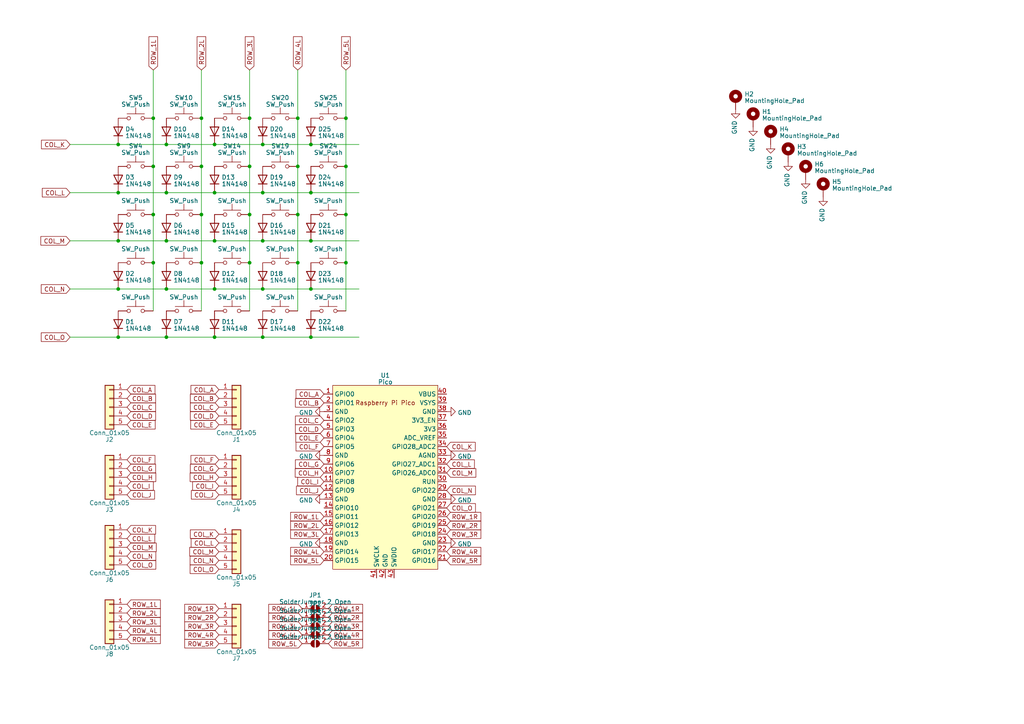
<source format=kicad_sch>
(kicad_sch (version 20230121) (generator eeschema)

  (uuid c1ef9055-754f-4b07-b0a7-abf81299ee78)

  (paper "A4")

  (lib_symbols
    (symbol "Connector_Generic:Conn_01x05" (pin_names (offset 1.016) hide) (in_bom yes) (on_board yes)
      (property "Reference" "J" (at 0 7.62 0)
        (effects (font (size 1.27 1.27)))
      )
      (property "Value" "Conn_01x05" (at 0 -7.62 0)
        (effects (font (size 1.27 1.27)))
      )
      (property "Footprint" "" (at 0 0 0)
        (effects (font (size 1.27 1.27)) hide)
      )
      (property "Datasheet" "~" (at 0 0 0)
        (effects (font (size 1.27 1.27)) hide)
      )
      (property "ki_keywords" "connector" (at 0 0 0)
        (effects (font (size 1.27 1.27)) hide)
      )
      (property "ki_description" "Generic connector, single row, 01x05, script generated (kicad-library-utils/schlib/autogen/connector/)" (at 0 0 0)
        (effects (font (size 1.27 1.27)) hide)
      )
      (property "ki_fp_filters" "Connector*:*_1x??_*" (at 0 0 0)
        (effects (font (size 1.27 1.27)) hide)
      )
      (symbol "Conn_01x05_1_1"
        (rectangle (start -1.27 -4.953) (end 0 -5.207)
          (stroke (width 0.1524) (type default))
          (fill (type none))
        )
        (rectangle (start -1.27 -2.413) (end 0 -2.667)
          (stroke (width 0.1524) (type default))
          (fill (type none))
        )
        (rectangle (start -1.27 0.127) (end 0 -0.127)
          (stroke (width 0.1524) (type default))
          (fill (type none))
        )
        (rectangle (start -1.27 2.667) (end 0 2.413)
          (stroke (width 0.1524) (type default))
          (fill (type none))
        )
        (rectangle (start -1.27 5.207) (end 0 4.953)
          (stroke (width 0.1524) (type default))
          (fill (type none))
        )
        (rectangle (start -1.27 6.35) (end 1.27 -6.35)
          (stroke (width 0.254) (type default))
          (fill (type background))
        )
        (pin passive line (at -5.08 5.08 0) (length 3.81)
          (name "Pin_1" (effects (font (size 1.27 1.27))))
          (number "1" (effects (font (size 1.27 1.27))))
        )
        (pin passive line (at -5.08 2.54 0) (length 3.81)
          (name "Pin_2" (effects (font (size 1.27 1.27))))
          (number "2" (effects (font (size 1.27 1.27))))
        )
        (pin passive line (at -5.08 0 0) (length 3.81)
          (name "Pin_3" (effects (font (size 1.27 1.27))))
          (number "3" (effects (font (size 1.27 1.27))))
        )
        (pin passive line (at -5.08 -2.54 0) (length 3.81)
          (name "Pin_4" (effects (font (size 1.27 1.27))))
          (number "4" (effects (font (size 1.27 1.27))))
        )
        (pin passive line (at -5.08 -5.08 0) (length 3.81)
          (name "Pin_5" (effects (font (size 1.27 1.27))))
          (number "5" (effects (font (size 1.27 1.27))))
        )
      )
    )
    (symbol "Diode:1N4148" (pin_numbers hide) (pin_names hide) (in_bom yes) (on_board yes)
      (property "Reference" "D" (at 0 2.54 0)
        (effects (font (size 1.27 1.27)))
      )
      (property "Value" "1N4148" (at 0 -2.54 0)
        (effects (font (size 1.27 1.27)))
      )
      (property "Footprint" "Diode_THT:D_DO-35_SOD27_P7.62mm_Horizontal" (at 0 0 0)
        (effects (font (size 1.27 1.27)) hide)
      )
      (property "Datasheet" "https://assets.nexperia.com/documents/data-sheet/1N4148_1N4448.pdf" (at 0 0 0)
        (effects (font (size 1.27 1.27)) hide)
      )
      (property "Sim.Device" "D" (at 0 0 0)
        (effects (font (size 1.27 1.27)) hide)
      )
      (property "Sim.Pins" "1=K 2=A" (at 0 0 0)
        (effects (font (size 1.27 1.27)) hide)
      )
      (property "ki_keywords" "diode" (at 0 0 0)
        (effects (font (size 1.27 1.27)) hide)
      )
      (property "ki_description" "100V 0.15A standard switching diode, DO-35" (at 0 0 0)
        (effects (font (size 1.27 1.27)) hide)
      )
      (property "ki_fp_filters" "D*DO?35*" (at 0 0 0)
        (effects (font (size 1.27 1.27)) hide)
      )
      (symbol "1N4148_0_1"
        (polyline
          (pts
            (xy -1.27 1.27)
            (xy -1.27 -1.27)
          )
          (stroke (width 0.254) (type default))
          (fill (type none))
        )
        (polyline
          (pts
            (xy 1.27 0)
            (xy -1.27 0)
          )
          (stroke (width 0) (type default))
          (fill (type none))
        )
        (polyline
          (pts
            (xy 1.27 1.27)
            (xy 1.27 -1.27)
            (xy -1.27 0)
            (xy 1.27 1.27)
          )
          (stroke (width 0.254) (type default))
          (fill (type none))
        )
      )
      (symbol "1N4148_1_1"
        (pin passive line (at -3.81 0 0) (length 2.54)
          (name "K" (effects (font (size 1.27 1.27))))
          (number "1" (effects (font (size 1.27 1.27))))
        )
        (pin passive line (at 3.81 0 180) (length 2.54)
          (name "A" (effects (font (size 1.27 1.27))))
          (number "2" (effects (font (size 1.27 1.27))))
        )
      )
    )
    (symbol "Jumper:SolderJumper_2_Open" (pin_names (offset 0) hide) (in_bom yes) (on_board yes)
      (property "Reference" "JP" (at 0 2.032 0)
        (effects (font (size 1.27 1.27)))
      )
      (property "Value" "SolderJumper_2_Open" (at 0 -2.54 0)
        (effects (font (size 1.27 1.27)))
      )
      (property "Footprint" "" (at 0 0 0)
        (effects (font (size 1.27 1.27)) hide)
      )
      (property "Datasheet" "~" (at 0 0 0)
        (effects (font (size 1.27 1.27)) hide)
      )
      (property "ki_keywords" "solder jumper SPST" (at 0 0 0)
        (effects (font (size 1.27 1.27)) hide)
      )
      (property "ki_description" "Solder Jumper, 2-pole, open" (at 0 0 0)
        (effects (font (size 1.27 1.27)) hide)
      )
      (property "ki_fp_filters" "SolderJumper*Open*" (at 0 0 0)
        (effects (font (size 1.27 1.27)) hide)
      )
      (symbol "SolderJumper_2_Open_0_1"
        (arc (start -0.254 1.016) (mid -1.2656 0) (end -0.254 -1.016)
          (stroke (width 0) (type default))
          (fill (type none))
        )
        (arc (start -0.254 1.016) (mid -1.2656 0) (end -0.254 -1.016)
          (stroke (width 0) (type default))
          (fill (type outline))
        )
        (polyline
          (pts
            (xy -0.254 1.016)
            (xy -0.254 -1.016)
          )
          (stroke (width 0) (type default))
          (fill (type none))
        )
        (polyline
          (pts
            (xy 0.254 1.016)
            (xy 0.254 -1.016)
          )
          (stroke (width 0) (type default))
          (fill (type none))
        )
        (arc (start 0.254 -1.016) (mid 1.2656 0) (end 0.254 1.016)
          (stroke (width 0) (type default))
          (fill (type none))
        )
        (arc (start 0.254 -1.016) (mid 1.2656 0) (end 0.254 1.016)
          (stroke (width 0) (type default))
          (fill (type outline))
        )
      )
      (symbol "SolderJumper_2_Open_1_1"
        (pin passive line (at -3.81 0 0) (length 2.54)
          (name "A" (effects (font (size 1.27 1.27))))
          (number "1" (effects (font (size 1.27 1.27))))
        )
        (pin passive line (at 3.81 0 180) (length 2.54)
          (name "B" (effects (font (size 1.27 1.27))))
          (number "2" (effects (font (size 1.27 1.27))))
        )
      )
    )
    (symbol "MCU_RaspberryPi_and_Boards:Pico" (in_bom yes) (on_board yes)
      (property "Reference" "U" (at -13.97 27.94 0)
        (effects (font (size 1.27 1.27)))
      )
      (property "Value" "Pico" (at 0 19.05 0)
        (effects (font (size 1.27 1.27)))
      )
      (property "Footprint" "RPi_Pico:RPi_Pico_SMD_TH" (at 0 0 90)
        (effects (font (size 1.27 1.27)) hide)
      )
      (property "Datasheet" "" (at 0 0 0)
        (effects (font (size 1.27 1.27)) hide)
      )
      (symbol "Pico_0_0"
        (text "Raspberry Pi Pico" (at 0 21.59 0)
          (effects (font (size 1.27 1.27)))
        )
      )
      (symbol "Pico_0_1"
        (rectangle (start -15.24 26.67) (end 15.24 -26.67)
          (stroke (width 0) (type default))
          (fill (type background))
        )
      )
      (symbol "Pico_1_1"
        (pin bidirectional line (at -17.78 24.13 0) (length 2.54)
          (name "GPIO0" (effects (font (size 1.27 1.27))))
          (number "1" (effects (font (size 1.27 1.27))))
        )
        (pin bidirectional line (at -17.78 1.27 0) (length 2.54)
          (name "GPIO7" (effects (font (size 1.27 1.27))))
          (number "10" (effects (font (size 1.27 1.27))))
        )
        (pin bidirectional line (at -17.78 -1.27 0) (length 2.54)
          (name "GPIO8" (effects (font (size 1.27 1.27))))
          (number "11" (effects (font (size 1.27 1.27))))
        )
        (pin bidirectional line (at -17.78 -3.81 0) (length 2.54)
          (name "GPIO9" (effects (font (size 1.27 1.27))))
          (number "12" (effects (font (size 1.27 1.27))))
        )
        (pin power_in line (at -17.78 -6.35 0) (length 2.54)
          (name "GND" (effects (font (size 1.27 1.27))))
          (number "13" (effects (font (size 1.27 1.27))))
        )
        (pin bidirectional line (at -17.78 -8.89 0) (length 2.54)
          (name "GPIO10" (effects (font (size 1.27 1.27))))
          (number "14" (effects (font (size 1.27 1.27))))
        )
        (pin bidirectional line (at -17.78 -11.43 0) (length 2.54)
          (name "GPIO11" (effects (font (size 1.27 1.27))))
          (number "15" (effects (font (size 1.27 1.27))))
        )
        (pin bidirectional line (at -17.78 -13.97 0) (length 2.54)
          (name "GPIO12" (effects (font (size 1.27 1.27))))
          (number "16" (effects (font (size 1.27 1.27))))
        )
        (pin bidirectional line (at -17.78 -16.51 0) (length 2.54)
          (name "GPIO13" (effects (font (size 1.27 1.27))))
          (number "17" (effects (font (size 1.27 1.27))))
        )
        (pin power_in line (at -17.78 -19.05 0) (length 2.54)
          (name "GND" (effects (font (size 1.27 1.27))))
          (number "18" (effects (font (size 1.27 1.27))))
        )
        (pin bidirectional line (at -17.78 -21.59 0) (length 2.54)
          (name "GPIO14" (effects (font (size 1.27 1.27))))
          (number "19" (effects (font (size 1.27 1.27))))
        )
        (pin bidirectional line (at -17.78 21.59 0) (length 2.54)
          (name "GPIO1" (effects (font (size 1.27 1.27))))
          (number "2" (effects (font (size 1.27 1.27))))
        )
        (pin bidirectional line (at -17.78 -24.13 0) (length 2.54)
          (name "GPIO15" (effects (font (size 1.27 1.27))))
          (number "20" (effects (font (size 1.27 1.27))))
        )
        (pin bidirectional line (at 17.78 -24.13 180) (length 2.54)
          (name "GPIO16" (effects (font (size 1.27 1.27))))
          (number "21" (effects (font (size 1.27 1.27))))
        )
        (pin bidirectional line (at 17.78 -21.59 180) (length 2.54)
          (name "GPIO17" (effects (font (size 1.27 1.27))))
          (number "22" (effects (font (size 1.27 1.27))))
        )
        (pin power_in line (at 17.78 -19.05 180) (length 2.54)
          (name "GND" (effects (font (size 1.27 1.27))))
          (number "23" (effects (font (size 1.27 1.27))))
        )
        (pin bidirectional line (at 17.78 -16.51 180) (length 2.54)
          (name "GPIO18" (effects (font (size 1.27 1.27))))
          (number "24" (effects (font (size 1.27 1.27))))
        )
        (pin bidirectional line (at 17.78 -13.97 180) (length 2.54)
          (name "GPIO19" (effects (font (size 1.27 1.27))))
          (number "25" (effects (font (size 1.27 1.27))))
        )
        (pin bidirectional line (at 17.78 -11.43 180) (length 2.54)
          (name "GPIO20" (effects (font (size 1.27 1.27))))
          (number "26" (effects (font (size 1.27 1.27))))
        )
        (pin bidirectional line (at 17.78 -8.89 180) (length 2.54)
          (name "GPIO21" (effects (font (size 1.27 1.27))))
          (number "27" (effects (font (size 1.27 1.27))))
        )
        (pin power_in line (at 17.78 -6.35 180) (length 2.54)
          (name "GND" (effects (font (size 1.27 1.27))))
          (number "28" (effects (font (size 1.27 1.27))))
        )
        (pin bidirectional line (at 17.78 -3.81 180) (length 2.54)
          (name "GPIO22" (effects (font (size 1.27 1.27))))
          (number "29" (effects (font (size 1.27 1.27))))
        )
        (pin power_in line (at -17.78 19.05 0) (length 2.54)
          (name "GND" (effects (font (size 1.27 1.27))))
          (number "3" (effects (font (size 1.27 1.27))))
        )
        (pin input line (at 17.78 -1.27 180) (length 2.54)
          (name "RUN" (effects (font (size 1.27 1.27))))
          (number "30" (effects (font (size 1.27 1.27))))
        )
        (pin bidirectional line (at 17.78 1.27 180) (length 2.54)
          (name "GPIO26_ADC0" (effects (font (size 1.27 1.27))))
          (number "31" (effects (font (size 1.27 1.27))))
        )
        (pin bidirectional line (at 17.78 3.81 180) (length 2.54)
          (name "GPIO27_ADC1" (effects (font (size 1.27 1.27))))
          (number "32" (effects (font (size 1.27 1.27))))
        )
        (pin power_in line (at 17.78 6.35 180) (length 2.54)
          (name "AGND" (effects (font (size 1.27 1.27))))
          (number "33" (effects (font (size 1.27 1.27))))
        )
        (pin bidirectional line (at 17.78 8.89 180) (length 2.54)
          (name "GPIO28_ADC2" (effects (font (size 1.27 1.27))))
          (number "34" (effects (font (size 1.27 1.27))))
        )
        (pin power_in line (at 17.78 11.43 180) (length 2.54)
          (name "ADC_VREF" (effects (font (size 1.27 1.27))))
          (number "35" (effects (font (size 1.27 1.27))))
        )
        (pin power_in line (at 17.78 13.97 180) (length 2.54)
          (name "3V3" (effects (font (size 1.27 1.27))))
          (number "36" (effects (font (size 1.27 1.27))))
        )
        (pin input line (at 17.78 16.51 180) (length 2.54)
          (name "3V3_EN" (effects (font (size 1.27 1.27))))
          (number "37" (effects (font (size 1.27 1.27))))
        )
        (pin bidirectional line (at 17.78 19.05 180) (length 2.54)
          (name "GND" (effects (font (size 1.27 1.27))))
          (number "38" (effects (font (size 1.27 1.27))))
        )
        (pin power_in line (at 17.78 21.59 180) (length 2.54)
          (name "VSYS" (effects (font (size 1.27 1.27))))
          (number "39" (effects (font (size 1.27 1.27))))
        )
        (pin bidirectional line (at -17.78 16.51 0) (length 2.54)
          (name "GPIO2" (effects (font (size 1.27 1.27))))
          (number "4" (effects (font (size 1.27 1.27))))
        )
        (pin power_in line (at 17.78 24.13 180) (length 2.54)
          (name "VBUS" (effects (font (size 1.27 1.27))))
          (number "40" (effects (font (size 1.27 1.27))))
        )
        (pin input line (at -2.54 -29.21 90) (length 2.54)
          (name "SWCLK" (effects (font (size 1.27 1.27))))
          (number "41" (effects (font (size 1.27 1.27))))
        )
        (pin power_in line (at 0 -29.21 90) (length 2.54)
          (name "GND" (effects (font (size 1.27 1.27))))
          (number "42" (effects (font (size 1.27 1.27))))
        )
        (pin bidirectional line (at 2.54 -29.21 90) (length 2.54)
          (name "SWDIO" (effects (font (size 1.27 1.27))))
          (number "43" (effects (font (size 1.27 1.27))))
        )
        (pin bidirectional line (at -17.78 13.97 0) (length 2.54)
          (name "GPIO3" (effects (font (size 1.27 1.27))))
          (number "5" (effects (font (size 1.27 1.27))))
        )
        (pin bidirectional line (at -17.78 11.43 0) (length 2.54)
          (name "GPIO4" (effects (font (size 1.27 1.27))))
          (number "6" (effects (font (size 1.27 1.27))))
        )
        (pin bidirectional line (at -17.78 8.89 0) (length 2.54)
          (name "GPIO5" (effects (font (size 1.27 1.27))))
          (number "7" (effects (font (size 1.27 1.27))))
        )
        (pin power_in line (at -17.78 6.35 0) (length 2.54)
          (name "GND" (effects (font (size 1.27 1.27))))
          (number "8" (effects (font (size 1.27 1.27))))
        )
        (pin bidirectional line (at -17.78 3.81 0) (length 2.54)
          (name "GPIO6" (effects (font (size 1.27 1.27))))
          (number "9" (effects (font (size 1.27 1.27))))
        )
      )
    )
    (symbol "Mechanical:MountingHole_Pad" (pin_numbers hide) (pin_names (offset 1.016) hide) (in_bom yes) (on_board yes)
      (property "Reference" "H" (at 0 6.35 0)
        (effects (font (size 1.27 1.27)))
      )
      (property "Value" "MountingHole_Pad" (at 0 4.445 0)
        (effects (font (size 1.27 1.27)))
      )
      (property "Footprint" "" (at 0 0 0)
        (effects (font (size 1.27 1.27)) hide)
      )
      (property "Datasheet" "~" (at 0 0 0)
        (effects (font (size 1.27 1.27)) hide)
      )
      (property "ki_keywords" "mounting hole" (at 0 0 0)
        (effects (font (size 1.27 1.27)) hide)
      )
      (property "ki_description" "Mounting Hole with connection" (at 0 0 0)
        (effects (font (size 1.27 1.27)) hide)
      )
      (property "ki_fp_filters" "MountingHole*Pad*" (at 0 0 0)
        (effects (font (size 1.27 1.27)) hide)
      )
      (symbol "MountingHole_Pad_0_1"
        (circle (center 0 1.27) (radius 1.27)
          (stroke (width 1.27) (type default))
          (fill (type none))
        )
      )
      (symbol "MountingHole_Pad_1_1"
        (pin input line (at 0 -2.54 90) (length 2.54)
          (name "1" (effects (font (size 1.27 1.27))))
          (number "1" (effects (font (size 1.27 1.27))))
        )
      )
    )
    (symbol "Switch:SW_Push" (pin_numbers hide) (pin_names (offset 1.016) hide) (in_bom yes) (on_board yes)
      (property "Reference" "SW" (at 1.27 2.54 0)
        (effects (font (size 1.27 1.27)) (justify left))
      )
      (property "Value" "SW_Push" (at 0 -1.524 0)
        (effects (font (size 1.27 1.27)))
      )
      (property "Footprint" "" (at 0 5.08 0)
        (effects (font (size 1.27 1.27)) hide)
      )
      (property "Datasheet" "~" (at 0 5.08 0)
        (effects (font (size 1.27 1.27)) hide)
      )
      (property "ki_keywords" "switch normally-open pushbutton push-button" (at 0 0 0)
        (effects (font (size 1.27 1.27)) hide)
      )
      (property "ki_description" "Push button switch, generic, two pins" (at 0 0 0)
        (effects (font (size 1.27 1.27)) hide)
      )
      (symbol "SW_Push_0_1"
        (circle (center -2.032 0) (radius 0.508)
          (stroke (width 0) (type default))
          (fill (type none))
        )
        (polyline
          (pts
            (xy 0 1.27)
            (xy 0 3.048)
          )
          (stroke (width 0) (type default))
          (fill (type none))
        )
        (polyline
          (pts
            (xy 2.54 1.27)
            (xy -2.54 1.27)
          )
          (stroke (width 0) (type default))
          (fill (type none))
        )
        (circle (center 2.032 0) (radius 0.508)
          (stroke (width 0) (type default))
          (fill (type none))
        )
        (pin passive line (at -5.08 0 0) (length 2.54)
          (name "1" (effects (font (size 1.27 1.27))))
          (number "1" (effects (font (size 1.27 1.27))))
        )
        (pin passive line (at 5.08 0 180) (length 2.54)
          (name "2" (effects (font (size 1.27 1.27))))
          (number "2" (effects (font (size 1.27 1.27))))
        )
      )
    )
    (symbol "power:GND" (power) (pin_names (offset 0)) (in_bom yes) (on_board yes)
      (property "Reference" "#PWR" (at 0 -6.35 0)
        (effects (font (size 1.27 1.27)) hide)
      )
      (property "Value" "GND" (at 0 -3.81 0)
        (effects (font (size 1.27 1.27)))
      )
      (property "Footprint" "" (at 0 0 0)
        (effects (font (size 1.27 1.27)) hide)
      )
      (property "Datasheet" "" (at 0 0 0)
        (effects (font (size 1.27 1.27)) hide)
      )
      (property "ki_keywords" "global power" (at 0 0 0)
        (effects (font (size 1.27 1.27)) hide)
      )
      (property "ki_description" "Power symbol creates a global label with name \"GND\" , ground" (at 0 0 0)
        (effects (font (size 1.27 1.27)) hide)
      )
      (symbol "GND_0_1"
        (polyline
          (pts
            (xy 0 0)
            (xy 0 -1.27)
            (xy 1.27 -1.27)
            (xy 0 -2.54)
            (xy -1.27 -1.27)
            (xy 0 -1.27)
          )
          (stroke (width 0) (type default))
          (fill (type none))
        )
      )
      (symbol "GND_1_1"
        (pin power_in line (at 0 0 270) (length 0) hide
          (name "GND" (effects (font (size 1.27 1.27))))
          (number "1" (effects (font (size 1.27 1.27))))
        )
      )
    )
  )

  (junction (at 58.42 76.2) (diameter 0) (color 0 0 0 0)
    (uuid 186f523b-32a4-4d8a-abae-165efda1fa3e)
  )
  (junction (at 44.45 48.26) (diameter 0) (color 0 0 0 0)
    (uuid 1a3e1ad2-a527-4287-8bae-951881d17830)
  )
  (junction (at 58.42 48.26) (diameter 0) (color 0 0 0 0)
    (uuid 1f50a521-1eca-4caa-a29c-e0a364464a35)
  )
  (junction (at 72.39 34.29) (diameter 0) (color 0 0 0 0)
    (uuid 21130ed9-90e5-4e1a-aadf-12a602d5aa1b)
  )
  (junction (at 58.42 34.29) (diameter 0) (color 0 0 0 0)
    (uuid 23bf6abe-c13c-4121-ab84-ba54f76690a8)
  )
  (junction (at 100.33 76.2) (diameter 0) (color 0 0 0 0)
    (uuid 2437ad57-4b64-4f45-8ead-2fa89a9ba20b)
  )
  (junction (at 86.36 34.29) (diameter 0) (color 0 0 0 0)
    (uuid 339d695e-4c63-4261-9010-f1b38ea74af4)
  )
  (junction (at 90.17 55.88) (diameter 0) (color 0 0 0 0)
    (uuid 35d78f14-4ad5-40b7-b6b8-42234fe98ac9)
  )
  (junction (at 76.2 97.79) (diameter 0) (color 0 0 0 0)
    (uuid 3c4d715d-a9ce-4f0b-92df-1de875b1d90e)
  )
  (junction (at 90.17 83.82) (diameter 0) (color 0 0 0 0)
    (uuid 457b1f0d-0f78-4f6e-a8e3-883f8bcc9469)
  )
  (junction (at 44.45 76.2) (diameter 0) (color 0 0 0 0)
    (uuid 4ba5c74e-f615-408c-9a43-72c29eb7ceab)
  )
  (junction (at 76.2 55.88) (diameter 0) (color 0 0 0 0)
    (uuid 5d9f94d6-7ca8-4a35-820c-f688f4f0936e)
  )
  (junction (at 44.45 34.29) (diameter 0) (color 0 0 0 0)
    (uuid 646c8405-6e11-4a88-ad32-2649ae9cccd4)
  )
  (junction (at 48.26 41.91) (diameter 0) (color 0 0 0 0)
    (uuid 6e01b3cd-b08d-4856-82dc-8bc93051fa5a)
  )
  (junction (at 34.29 41.91) (diameter 0) (color 0 0 0 0)
    (uuid 70ddf4fa-1734-48b9-91fd-d90ae02578e6)
  )
  (junction (at 100.33 34.29) (diameter 0) (color 0 0 0 0)
    (uuid 730ddd9b-ee4e-4c85-96f7-6f38e41351e1)
  )
  (junction (at 48.26 97.79) (diameter 0) (color 0 0 0 0)
    (uuid 73cb61af-6ab3-475e-9db4-27bb8bdb7d9e)
  )
  (junction (at 48.26 69.85) (diameter 0) (color 0 0 0 0)
    (uuid 772360c2-8184-4fa4-b188-1af58c23fdf6)
  )
  (junction (at 62.23 83.82) (diameter 0) (color 0 0 0 0)
    (uuid 9031769a-b2b2-4de2-82d6-fa8c12d4d7cb)
  )
  (junction (at 90.17 41.91) (diameter 0) (color 0 0 0 0)
    (uuid 959a36e4-6e26-442b-8ea4-e84779a69f97)
  )
  (junction (at 90.17 97.79) (diameter 0) (color 0 0 0 0)
    (uuid 96215f7f-9c6c-4f24-b020-9f43d6dc576f)
  )
  (junction (at 34.29 55.88) (diameter 0) (color 0 0 0 0)
    (uuid 9cd41f36-fada-42f7-a275-d7aea151f9bf)
  )
  (junction (at 48.26 55.88) (diameter 0) (color 0 0 0 0)
    (uuid a2931d12-2ac8-4400-a175-2a77ff146f0a)
  )
  (junction (at 62.23 97.79) (diameter 0) (color 0 0 0 0)
    (uuid a9d51b5b-427a-4cd8-a3d6-641e6380f9fa)
  )
  (junction (at 86.36 76.2) (diameter 0) (color 0 0 0 0)
    (uuid ab9d2b11-754f-46a0-b567-5420acacf4f0)
  )
  (junction (at 34.29 69.85) (diameter 0) (color 0 0 0 0)
    (uuid acff6d5f-d42a-4565-a9c5-bd3b45c99563)
  )
  (junction (at 44.45 62.23) (diameter 0) (color 0 0 0 0)
    (uuid ae26020b-9ca4-4fc2-adb1-2f40e2e98773)
  )
  (junction (at 48.26 83.82) (diameter 0) (color 0 0 0 0)
    (uuid b2342f9c-ceeb-450d-b48a-179ca91eea1e)
  )
  (junction (at 58.42 62.23) (diameter 0) (color 0 0 0 0)
    (uuid b3476a72-6e42-4984-b6c0-f41a526e6ffc)
  )
  (junction (at 72.39 48.26) (diameter 0) (color 0 0 0 0)
    (uuid b6a9a335-676a-4f42-b78e-869e51f6b984)
  )
  (junction (at 76.2 41.91) (diameter 0) (color 0 0 0 0)
    (uuid b7618d5b-c483-4e75-a93f-054a9dfd3f0b)
  )
  (junction (at 100.33 48.26) (diameter 0) (color 0 0 0 0)
    (uuid bb08d6a9-a3bf-41d1-a30d-59f5ee74047c)
  )
  (junction (at 62.23 55.88) (diameter 0) (color 0 0 0 0)
    (uuid c3027da8-947e-4f7d-9a4c-c0a2bdbe6c6c)
  )
  (junction (at 76.2 69.85) (diameter 0) (color 0 0 0 0)
    (uuid c3e6685c-9e57-497b-9964-17178b9c4df8)
  )
  (junction (at 62.23 69.85) (diameter 0) (color 0 0 0 0)
    (uuid c42e6710-ee38-4a45-991e-e9ef1c3303d0)
  )
  (junction (at 34.29 97.79) (diameter 0) (color 0 0 0 0)
    (uuid c84fa11c-0d5d-497a-bc0c-f413deb8c226)
  )
  (junction (at 72.39 76.2) (diameter 0) (color 0 0 0 0)
    (uuid d046098c-9356-4274-9b0b-e1a4fd00fecd)
  )
  (junction (at 86.36 62.23) (diameter 0) (color 0 0 0 0)
    (uuid d15d63ce-832f-4471-9513-69ec723638f2)
  )
  (junction (at 34.29 83.82) (diameter 0) (color 0 0 0 0)
    (uuid d753d5e6-ed7d-4ad6-bc56-e0b33707abc6)
  )
  (junction (at 72.39 62.23) (diameter 0) (color 0 0 0 0)
    (uuid e349497c-33e5-420e-9f1c-39170a4a7277)
  )
  (junction (at 62.23 41.91) (diameter 0) (color 0 0 0 0)
    (uuid e40f32ba-197a-4ac2-a1aa-5b606fa4907a)
  )
  (junction (at 86.36 48.26) (diameter 0) (color 0 0 0 0)
    (uuid e9c3b3f2-62b2-4739-a31b-c410bb2e88f5)
  )
  (junction (at 100.33 62.23) (diameter 0) (color 0 0 0 0)
    (uuid edc84ad6-bf6d-4896-9d87-30a0644e248a)
  )
  (junction (at 90.17 69.85) (diameter 0) (color 0 0 0 0)
    (uuid f1436fa7-9edd-4117-bbe5-28174680dfc2)
  )
  (junction (at 76.2 83.82) (diameter 0) (color 0 0 0 0)
    (uuid ff1c27c1-98c1-400f-b88c-dfb9b3fa7f58)
  )

  (wire (pts (xy 72.39 34.29) (xy 72.39 48.26))
    (stroke (width 0) (type default))
    (uuid 0bbf9706-c06d-439e-bd22-c3576918de61)
  )
  (wire (pts (xy 58.42 62.23) (xy 58.42 76.2))
    (stroke (width 0) (type default))
    (uuid 0c7500e1-eec7-4f5e-a744-788ac5820cdf)
  )
  (wire (pts (xy 72.39 48.26) (xy 72.39 62.23))
    (stroke (width 0) (type default))
    (uuid 0d618ace-36e2-46ca-89c1-c21c2e2925b5)
  )
  (wire (pts (xy 20.32 97.79) (xy 34.29 97.79))
    (stroke (width 0) (type default))
    (uuid 10afedf6-33f6-47c5-93ac-16c0354940b0)
  )
  (wire (pts (xy 62.23 41.91) (xy 76.2 41.91))
    (stroke (width 0) (type default))
    (uuid 117ede91-2fb2-4bd1-8a21-c1bc37c97045)
  )
  (wire (pts (xy 86.36 62.23) (xy 86.36 76.2))
    (stroke (width 0) (type default))
    (uuid 1196c531-8b8e-46fe-af0c-d4f575ea761e)
  )
  (wire (pts (xy 100.33 20.32) (xy 100.33 34.29))
    (stroke (width 0) (type default))
    (uuid 18cfa120-0637-4394-a440-7286b52a4551)
  )
  (wire (pts (xy 90.17 69.85) (xy 104.14 69.85))
    (stroke (width 0) (type default))
    (uuid 21247a6b-b8d5-45c8-aaf0-0bac984e6187)
  )
  (wire (pts (xy 58.42 48.26) (xy 58.42 62.23))
    (stroke (width 0) (type default))
    (uuid 251685c8-e754-4fcc-a718-e4ee56b3d93f)
  )
  (wire (pts (xy 90.17 55.88) (xy 104.14 55.88))
    (stroke (width 0) (type default))
    (uuid 2662ce91-d10f-4cb7-917f-b8395ca71b75)
  )
  (wire (pts (xy 90.17 41.91) (xy 104.14 41.91))
    (stroke (width 0) (type default))
    (uuid 2baa8607-3a82-493c-93c6-4e0b9b343911)
  )
  (wire (pts (xy 48.26 41.91) (xy 62.23 41.91))
    (stroke (width 0) (type default))
    (uuid 2ec13c7b-d171-4ccb-b0a9-4f04a0d041f4)
  )
  (wire (pts (xy 44.45 20.32) (xy 44.45 34.29))
    (stroke (width 0) (type default))
    (uuid 2f6d12de-404a-4da8-a08f-23ccf8ca51c8)
  )
  (wire (pts (xy 76.2 41.91) (xy 90.17 41.91))
    (stroke (width 0) (type default))
    (uuid 31324e53-25d9-45d5-aa97-89560fd5912f)
  )
  (wire (pts (xy 76.2 83.82) (xy 90.17 83.82))
    (stroke (width 0) (type default))
    (uuid 368bd2f2-e47f-457c-9c41-5b0651c31668)
  )
  (wire (pts (xy 48.26 97.79) (xy 62.23 97.79))
    (stroke (width 0) (type default))
    (uuid 393d5359-c4c9-4e2b-977d-ffa2885c74b9)
  )
  (wire (pts (xy 62.23 55.88) (xy 76.2 55.88))
    (stroke (width 0) (type default))
    (uuid 41365d46-dbde-43e5-a8ec-20d41f09da08)
  )
  (wire (pts (xy 86.36 48.26) (xy 86.36 62.23))
    (stroke (width 0) (type default))
    (uuid 434a77d8-4f35-4682-994c-3e5d93f364c7)
  )
  (wire (pts (xy 58.42 76.2) (xy 58.42 90.17))
    (stroke (width 0) (type default))
    (uuid 4972ec46-ae08-4e97-bb97-5ae9d109b76e)
  )
  (wire (pts (xy 44.45 48.26) (xy 44.45 62.23))
    (stroke (width 0) (type default))
    (uuid 4b6ffa82-36a7-49b1-a641-1ffb139773f1)
  )
  (wire (pts (xy 76.2 69.85) (xy 90.17 69.85))
    (stroke (width 0) (type default))
    (uuid 4f4a489c-00cb-46a2-a68c-6652627e6db5)
  )
  (wire (pts (xy 20.32 55.88) (xy 34.29 55.88))
    (stroke (width 0) (type default))
    (uuid 4f8c2e3b-a485-4ebf-81c8-e7b96ce15f75)
  )
  (wire (pts (xy 20.32 41.91) (xy 34.29 41.91))
    (stroke (width 0) (type default))
    (uuid 58784ccd-cda5-43bd-b39a-f82bc0e682f1)
  )
  (wire (pts (xy 44.45 76.2) (xy 44.45 90.17))
    (stroke (width 0) (type default))
    (uuid 59c698ce-bc2e-48a9-b628-6cbca81fd8a0)
  )
  (wire (pts (xy 44.45 62.23) (xy 44.45 76.2))
    (stroke (width 0) (type default))
    (uuid 62c0cf8b-113c-464d-be29-5229fe55a0ec)
  )
  (wire (pts (xy 76.2 55.88) (xy 90.17 55.88))
    (stroke (width 0) (type default))
    (uuid 7d92b549-f6aa-4b9e-a055-53a4780ed77f)
  )
  (wire (pts (xy 34.29 69.85) (xy 48.26 69.85))
    (stroke (width 0) (type default))
    (uuid 7fc468f0-0a51-4915-9e09-341730f32e35)
  )
  (wire (pts (xy 58.42 20.32) (xy 58.42 34.29))
    (stroke (width 0) (type default))
    (uuid 7fe79531-00b0-4023-bae4-a74591eb5661)
  )
  (wire (pts (xy 86.36 76.2) (xy 86.36 90.17))
    (stroke (width 0) (type default))
    (uuid 860e985a-3431-4d0e-b849-ac81e40c4548)
  )
  (wire (pts (xy 48.26 69.85) (xy 62.23 69.85))
    (stroke (width 0) (type default))
    (uuid 8c8c2285-3b09-4ca3-9910-4521c5154649)
  )
  (wire (pts (xy 34.29 55.88) (xy 48.26 55.88))
    (stroke (width 0) (type default))
    (uuid 8e74577f-2f2e-470b-ad3a-e2276b59786b)
  )
  (wire (pts (xy 34.29 41.91) (xy 48.26 41.91))
    (stroke (width 0) (type default))
    (uuid 94029148-c16a-428e-8c58-8ed783f0b787)
  )
  (wire (pts (xy 100.33 62.23) (xy 100.33 76.2))
    (stroke (width 0) (type default))
    (uuid 9ae414a3-8a5e-430d-81b9-04038897d682)
  )
  (wire (pts (xy 100.33 48.26) (xy 100.33 62.23))
    (stroke (width 0) (type default))
    (uuid 9c8e5bdd-3407-4d01-a58a-32dbb2c97290)
  )
  (wire (pts (xy 100.33 34.29) (xy 100.33 48.26))
    (stroke (width 0) (type default))
    (uuid 9e59a8a5-64ef-4210-9aea-17ddce069980)
  )
  (wire (pts (xy 72.39 76.2) (xy 72.39 90.17))
    (stroke (width 0) (type default))
    (uuid a1191cde-ff45-45b3-b144-8902c58d3935)
  )
  (wire (pts (xy 34.29 97.79) (xy 48.26 97.79))
    (stroke (width 0) (type default))
    (uuid a50fbea8-2350-4b95-ac97-9bec70e1a168)
  )
  (wire (pts (xy 72.39 62.23) (xy 72.39 76.2))
    (stroke (width 0) (type default))
    (uuid a8bbfd06-fc4a-46fe-9cda-832f2d9d80d8)
  )
  (wire (pts (xy 90.17 97.79) (xy 104.14 97.79))
    (stroke (width 0) (type default))
    (uuid a9485fc1-18b0-4b81-a858-9602cb9f518c)
  )
  (wire (pts (xy 62.23 83.82) (xy 76.2 83.82))
    (stroke (width 0) (type default))
    (uuid c54a5b3a-3dcb-4f0a-bdb9-39af35e25f44)
  )
  (wire (pts (xy 48.26 83.82) (xy 62.23 83.82))
    (stroke (width 0) (type default))
    (uuid c899ad12-79c7-4b44-ba5b-5827040d844d)
  )
  (wire (pts (xy 72.39 20.32) (xy 72.39 34.29))
    (stroke (width 0) (type default))
    (uuid cb857576-ff4e-4d9f-afe5-ae547805ccc7)
  )
  (wire (pts (xy 44.45 34.29) (xy 44.45 48.26))
    (stroke (width 0) (type default))
    (uuid cefdbc96-d128-4e19-83db-eae34a17e448)
  )
  (wire (pts (xy 76.2 97.79) (xy 90.17 97.79))
    (stroke (width 0) (type default))
    (uuid d0aca221-be98-4996-9741-691f1149fa31)
  )
  (wire (pts (xy 48.26 55.88) (xy 62.23 55.88))
    (stroke (width 0) (type default))
    (uuid d88865ec-265c-4be7-a4f4-347271def104)
  )
  (wire (pts (xy 20.32 83.82) (xy 34.29 83.82))
    (stroke (width 0) (type default))
    (uuid dc453548-c244-4df5-a9c8-353fe8aee54e)
  )
  (wire (pts (xy 100.33 76.2) (xy 100.33 90.17))
    (stroke (width 0) (type default))
    (uuid e1946af5-0a38-4548-8d01-d607bafce0d1)
  )
  (wire (pts (xy 62.23 97.79) (xy 76.2 97.79))
    (stroke (width 0) (type default))
    (uuid e25e3a8d-b5d0-406a-bff9-8a4e5fb58705)
  )
  (wire (pts (xy 20.32 69.85) (xy 34.29 69.85))
    (stroke (width 0) (type default))
    (uuid e84a705e-4977-4ecb-8552-62267c98b031)
  )
  (wire (pts (xy 90.17 83.82) (xy 104.14 83.82))
    (stroke (width 0) (type default))
    (uuid e8824626-221f-4f15-864d-7c49283c44ec)
  )
  (wire (pts (xy 62.23 69.85) (xy 76.2 69.85))
    (stroke (width 0) (type default))
    (uuid e9c75f9d-80cf-4d2a-a563-02e86c37e6fc)
  )
  (wire (pts (xy 58.42 34.29) (xy 58.42 48.26))
    (stroke (width 0) (type default))
    (uuid edb873e0-0562-4961-ad0b-26093e757ac8)
  )
  (wire (pts (xy 86.36 20.32) (xy 86.36 34.29))
    (stroke (width 0) (type default))
    (uuid f0dd37d3-a562-490e-9f2b-edac59620425)
  )
  (wire (pts (xy 86.36 34.29) (xy 86.36 48.26))
    (stroke (width 0) (type default))
    (uuid f3883798-a291-4267-a51d-03fd52b26f6e)
  )
  (wire (pts (xy 34.29 83.82) (xy 48.26 83.82))
    (stroke (width 0) (type default))
    (uuid fd3a7ecf-a9c4-43dd-96da-dd130d63debe)
  )

  (global_label "COL_A" (shape input) (at 36.83 113.03 0) (fields_autoplaced)
    (effects (font (size 1.27 1.27)) (justify left))
    (uuid 014316ad-4fcb-4fc1-b909-bb56a85681da)
    (property "Intersheetrefs" "${INTERSHEET_REFS}" (at 45.4206 113.03 0)
      (effects (font (size 1.27 1.27)) (justify left) hide)
    )
  )
  (global_label "ROW_1R" (shape input) (at 63.5 176.53 180) (fields_autoplaced)
    (effects (font (size 1.27 1.27)) (justify right))
    (uuid 05a58716-559b-443d-8c70-67e261799f24)
    (property "Intersheetrefs" "${INTERSHEET_REFS}" (at 53.0952 176.53 0)
      (effects (font (size 1.27 1.27)) (justify right) hide)
    )
  )
  (global_label "COL_O" (shape input) (at 20.32 97.79 180) (fields_autoplaced)
    (effects (font (size 1.27 1.27)) (justify right))
    (uuid 0609c255-e345-410f-b4db-48524d55d491)
    (property "Intersheetrefs" "${INTERSHEET_REFS}" (at 11.4875 97.79 0)
      (effects (font (size 1.27 1.27)) (justify right) hide)
    )
  )
  (global_label "ROW_5L" (shape input) (at 87.63 186.69 180) (fields_autoplaced)
    (effects (font (size 1.27 1.27)) (justify right))
    (uuid 0b22e094-c892-45d4-9a94-0e7c67689f83)
    (property "Intersheetrefs" "${INTERSHEET_REFS}" (at 77.4671 186.69 0)
      (effects (font (size 1.27 1.27)) (justify right) hide)
    )
  )
  (global_label "ROW_2R" (shape input) (at 95.25 179.07 0) (fields_autoplaced)
    (effects (font (size 1.27 1.27)) (justify left))
    (uuid 0c164ade-b779-4a3a-a3a8-3c83e92309f7)
    (property "Intersheetrefs" "${INTERSHEET_REFS}" (at 105.6548 179.07 0)
      (effects (font (size 1.27 1.27)) (justify left) hide)
    )
  )
  (global_label "COL_M" (shape input) (at 20.32 69.85 180) (fields_autoplaced)
    (effects (font (size 1.27 1.27)) (justify right))
    (uuid 163ebe4b-fe58-4258-b30f-3aa4a0e81fde)
    (property "Intersheetrefs" "${INTERSHEET_REFS}" (at 11.3666 69.85 0)
      (effects (font (size 1.27 1.27)) (justify right) hide)
    )
  )
  (global_label "ROW_3R" (shape input) (at 63.5 181.61 180) (fields_autoplaced)
    (effects (font (size 1.27 1.27)) (justify right))
    (uuid 1cb05098-1638-465e-a722-cf7af2f152a8)
    (property "Intersheetrefs" "${INTERSHEET_REFS}" (at 53.0952 181.61 0)
      (effects (font (size 1.27 1.27)) (justify right) hide)
    )
  )
  (global_label "COL_C" (shape input) (at 36.83 118.11 0) (fields_autoplaced)
    (effects (font (size 1.27 1.27)) (justify left))
    (uuid 1df3c12f-c9c2-4ab8-918d-992028e579d4)
    (property "Intersheetrefs" "${INTERSHEET_REFS}" (at 45.602 118.11 0)
      (effects (font (size 1.27 1.27)) (justify left) hide)
    )
  )
  (global_label "COL_E" (shape input) (at 36.83 123.19 0) (fields_autoplaced)
    (effects (font (size 1.27 1.27)) (justify left))
    (uuid 1e60298d-d013-415c-830d-9a40cc749f5f)
    (property "Intersheetrefs" "${INTERSHEET_REFS}" (at 45.481 123.19 0)
      (effects (font (size 1.27 1.27)) (justify left) hide)
    )
  )
  (global_label "ROW_5R" (shape input) (at 129.54 162.56 0) (fields_autoplaced)
    (effects (font (size 1.27 1.27)) (justify left))
    (uuid 1f0e69f1-9096-4f9f-95d0-7d2f2a2abd1a)
    (property "Intersheetrefs" "${INTERSHEET_REFS}" (at 139.9448 162.56 0)
      (effects (font (size 1.27 1.27)) (justify left) hide)
    )
  )
  (global_label "COL_I" (shape input) (at 93.98 139.7 180) (fields_autoplaced)
    (effects (font (size 1.27 1.27)) (justify right))
    (uuid 207c1eb3-3c70-4997-9ba7-0dd1851b294d)
    (property "Intersheetrefs" "${INTERSHEET_REFS}" (at 85.8732 139.7 0)
      (effects (font (size 1.27 1.27)) (justify right) hide)
    )
  )
  (global_label "COL_J" (shape input) (at 36.83 143.51 0) (fields_autoplaced)
    (effects (font (size 1.27 1.27)) (justify left))
    (uuid 21689778-fb98-470d-8f6c-c46680a56505)
    (property "Intersheetrefs" "${INTERSHEET_REFS}" (at 45.2996 143.51 0)
      (effects (font (size 1.27 1.27)) (justify left) hide)
    )
  )
  (global_label "ROW_3L" (shape input) (at 93.98 154.94 180) (fields_autoplaced)
    (effects (font (size 1.27 1.27)) (justify right))
    (uuid 28d499b2-52b9-413b-9f38-d16d3e3d740f)
    (property "Intersheetrefs" "${INTERSHEET_REFS}" (at 83.8171 154.94 0)
      (effects (font (size 1.27 1.27)) (justify right) hide)
    )
  )
  (global_label "COL_A" (shape input) (at 93.98 114.3 180) (fields_autoplaced)
    (effects (font (size 1.27 1.27)) (justify right))
    (uuid 2d3390c6-ceba-41fa-a91c-ecf3642d61f0)
    (property "Intersheetrefs" "${INTERSHEET_REFS}" (at 85.3894 114.3 0)
      (effects (font (size 1.27 1.27)) (justify right) hide)
    )
  )
  (global_label "COL_F" (shape input) (at 36.83 133.35 0) (fields_autoplaced)
    (effects (font (size 1.27 1.27)) (justify left))
    (uuid 30e61508-68bd-4ad8-8174-7ca765cb4251)
    (property "Intersheetrefs" "${INTERSHEET_REFS}" (at 45.4206 133.35 0)
      (effects (font (size 1.27 1.27)) (justify left) hide)
    )
  )
  (global_label "ROW_1L" (shape input) (at 93.98 149.86 180) (fields_autoplaced)
    (effects (font (size 1.27 1.27)) (justify right))
    (uuid 31ec97fb-8cc4-4345-ab27-e0148f147f86)
    (property "Intersheetrefs" "${INTERSHEET_REFS}" (at 83.8171 149.86 0)
      (effects (font (size 1.27 1.27)) (justify right) hide)
    )
  )
  (global_label "ROW_5L" (shape input) (at 93.98 162.56 180) (fields_autoplaced)
    (effects (font (size 1.27 1.27)) (justify right))
    (uuid 33686236-85e1-4e33-872a-a1f44ae7ebe7)
    (property "Intersheetrefs" "${INTERSHEET_REFS}" (at 83.8171 162.56 0)
      (effects (font (size 1.27 1.27)) (justify right) hide)
    )
  )
  (global_label "COL_E" (shape input) (at 63.5 123.19 180) (fields_autoplaced)
    (effects (font (size 1.27 1.27)) (justify right))
    (uuid 33a45a37-b67c-4140-a939-b5b3082bdb78)
    (property "Intersheetrefs" "${INTERSHEET_REFS}" (at 54.849 123.19 0)
      (effects (font (size 1.27 1.27)) (justify right) hide)
    )
  )
  (global_label "COL_L" (shape input) (at 36.83 156.21 0) (fields_autoplaced)
    (effects (font (size 1.27 1.27)) (justify left))
    (uuid 35cf45f3-2916-4b49-acd9-d8392542be82)
    (property "Intersheetrefs" "${INTERSHEET_REFS}" (at 45.3601 156.21 0)
      (effects (font (size 1.27 1.27)) (justify left) hide)
    )
  )
  (global_label "COL_C" (shape input) (at 63.5 118.11 180) (fields_autoplaced)
    (effects (font (size 1.27 1.27)) (justify right))
    (uuid 3d99cdaa-84ba-423e-bf30-be139fd64ddb)
    (property "Intersheetrefs" "${INTERSHEET_REFS}" (at 54.728 118.11 0)
      (effects (font (size 1.27 1.27)) (justify right) hide)
    )
  )
  (global_label "COL_G" (shape input) (at 93.98 134.62 180) (fields_autoplaced)
    (effects (font (size 1.27 1.27)) (justify right))
    (uuid 40cc1615-f705-4ede-87b4-c250b852c19c)
    (property "Intersheetrefs" "${INTERSHEET_REFS}" (at 85.208 134.62 0)
      (effects (font (size 1.27 1.27)) (justify right) hide)
    )
  )
  (global_label "ROW_1L" (shape input) (at 87.63 176.53 180) (fields_autoplaced)
    (effects (font (size 1.27 1.27)) (justify right))
    (uuid 44f64142-86a6-46e4-87df-336d118f4731)
    (property "Intersheetrefs" "${INTERSHEET_REFS}" (at 77.4671 176.53 0)
      (effects (font (size 1.27 1.27)) (justify right) hide)
    )
  )
  (global_label "ROW_3R" (shape input) (at 129.54 154.94 0) (fields_autoplaced)
    (effects (font (size 1.27 1.27)) (justify left))
    (uuid 4ad76b76-f964-433e-bfad-995b0b0f0068)
    (property "Intersheetrefs" "${INTERSHEET_REFS}" (at 139.9448 154.94 0)
      (effects (font (size 1.27 1.27)) (justify left) hide)
    )
  )
  (global_label "COL_H" (shape input) (at 36.83 138.43 0) (fields_autoplaced)
    (effects (font (size 1.27 1.27)) (justify left))
    (uuid 51d5d6a5-7620-4a2d-ac94-1d975c951cd3)
    (property "Intersheetrefs" "${INTERSHEET_REFS}" (at 45.6625 138.43 0)
      (effects (font (size 1.27 1.27)) (justify left) hide)
    )
  )
  (global_label "COL_M" (shape input) (at 129.54 137.16 0) (fields_autoplaced)
    (effects (font (size 1.27 1.27)) (justify left))
    (uuid 562b74da-0c36-461e-8b2a-69d89c0f6182)
    (property "Intersheetrefs" "${INTERSHEET_REFS}" (at 138.4934 137.16 0)
      (effects (font (size 1.27 1.27)) (justify left) hide)
    )
  )
  (global_label "COL_K" (shape input) (at 36.83 153.67 0) (fields_autoplaced)
    (effects (font (size 1.27 1.27)) (justify left))
    (uuid 5771d5fb-0b34-490e-bfdb-f810249f7d5c)
    (property "Intersheetrefs" "${INTERSHEET_REFS}" (at 45.602 153.67 0)
      (effects (font (size 1.27 1.27)) (justify left) hide)
    )
  )
  (global_label "ROW_4L" (shape input) (at 93.98 160.02 180) (fields_autoplaced)
    (effects (font (size 1.27 1.27)) (justify right))
    (uuid 5cba225e-c9b9-47e4-89f3-2cd6d0229060)
    (property "Intersheetrefs" "${INTERSHEET_REFS}" (at 83.8171 160.02 0)
      (effects (font (size 1.27 1.27)) (justify right) hide)
    )
  )
  (global_label "COL_K" (shape input) (at 20.32 41.91 180) (fields_autoplaced)
    (effects (font (size 1.27 1.27)) (justify right))
    (uuid 5d1c00f3-a070-4d6a-9032-c93f9f0b10eb)
    (property "Intersheetrefs" "${INTERSHEET_REFS}" (at 11.548 41.91 0)
      (effects (font (size 1.27 1.27)) (justify right) hide)
    )
  )
  (global_label "COL_F" (shape input) (at 63.5 133.35 180) (fields_autoplaced)
    (effects (font (size 1.27 1.27)) (justify right))
    (uuid 5f497b7f-4356-4472-a535-a26ed9d750b0)
    (property "Intersheetrefs" "${INTERSHEET_REFS}" (at 54.9094 133.35 0)
      (effects (font (size 1.27 1.27)) (justify right) hide)
    )
  )
  (global_label "COL_N" (shape input) (at 129.54 142.24 0) (fields_autoplaced)
    (effects (font (size 1.27 1.27)) (justify left))
    (uuid 6758ab16-b787-4704-9dbd-60a62e15ef89)
    (property "Intersheetrefs" "${INTERSHEET_REFS}" (at 138.3725 142.24 0)
      (effects (font (size 1.27 1.27)) (justify left) hide)
    )
  )
  (global_label "COL_M" (shape input) (at 36.83 158.75 0) (fields_autoplaced)
    (effects (font (size 1.27 1.27)) (justify left))
    (uuid 6873965b-5c60-462b-aabc-e1c86351484e)
    (property "Intersheetrefs" "${INTERSHEET_REFS}" (at 45.7834 158.75 0)
      (effects (font (size 1.27 1.27)) (justify left) hide)
    )
  )
  (global_label "COL_D" (shape input) (at 93.98 124.46 180) (fields_autoplaced)
    (effects (font (size 1.27 1.27)) (justify right))
    (uuid 6aa796a4-dc77-4d44-96d1-3fb496b6cd46)
    (property "Intersheetrefs" "${INTERSHEET_REFS}" (at 85.208 124.46 0)
      (effects (font (size 1.27 1.27)) (justify right) hide)
    )
  )
  (global_label "COL_L" (shape input) (at 129.54 134.62 0) (fields_autoplaced)
    (effects (font (size 1.27 1.27)) (justify left))
    (uuid 6ba4c19d-49cd-4123-be3b-28d34d49165f)
    (property "Intersheetrefs" "${INTERSHEET_REFS}" (at 138.0701 134.62 0)
      (effects (font (size 1.27 1.27)) (justify left) hide)
    )
  )
  (global_label "COL_D" (shape input) (at 36.83 120.65 0) (fields_autoplaced)
    (effects (font (size 1.27 1.27)) (justify left))
    (uuid 71d82c0e-6f2b-4009-ae88-25beaddfd21a)
    (property "Intersheetrefs" "${INTERSHEET_REFS}" (at 45.602 120.65 0)
      (effects (font (size 1.27 1.27)) (justify left) hide)
    )
  )
  (global_label "ROW_2R" (shape input) (at 129.54 152.4 0) (fields_autoplaced)
    (effects (font (size 1.27 1.27)) (justify left))
    (uuid 73f83849-8d8d-40a1-a7bb-cd93767b0964)
    (property "Intersheetrefs" "${INTERSHEET_REFS}" (at 139.9448 152.4 0)
      (effects (font (size 1.27 1.27)) (justify left) hide)
    )
  )
  (global_label "ROW_1L" (shape input) (at 44.45 20.32 90) (fields_autoplaced)
    (effects (font (size 1.27 1.27)) (justify left))
    (uuid 747461d1-d7f6-4130-adb5-456257549dba)
    (property "Intersheetrefs" "${INTERSHEET_REFS}" (at 44.45 10.1571 90)
      (effects (font (size 1.27 1.27)) (justify left) hide)
    )
  )
  (global_label "COL_G" (shape input) (at 36.83 135.89 0) (fields_autoplaced)
    (effects (font (size 1.27 1.27)) (justify left))
    (uuid 74842bbd-6ca5-46da-ad52-dc36da6ca725)
    (property "Intersheetrefs" "${INTERSHEET_REFS}" (at 45.602 135.89 0)
      (effects (font (size 1.27 1.27)) (justify left) hide)
    )
  )
  (global_label "ROW_5R" (shape input) (at 63.5 186.69 180) (fields_autoplaced)
    (effects (font (size 1.27 1.27)) (justify right))
    (uuid 7690dcde-b485-4a46-87db-fa5b1d374055)
    (property "Intersheetrefs" "${INTERSHEET_REFS}" (at 53.0952 186.69 0)
      (effects (font (size 1.27 1.27)) (justify right) hide)
    )
  )
  (global_label "COL_G" (shape input) (at 63.5 135.89 180) (fields_autoplaced)
    (effects (font (size 1.27 1.27)) (justify right))
    (uuid 76e3ae04-9371-4bcf-871e-99898731dfc5)
    (property "Intersheetrefs" "${INTERSHEET_REFS}" (at 54.728 135.89 0)
      (effects (font (size 1.27 1.27)) (justify right) hide)
    )
  )
  (global_label "COL_I" (shape input) (at 36.83 140.97 0) (fields_autoplaced)
    (effects (font (size 1.27 1.27)) (justify left))
    (uuid 77acdb53-aa3f-46cd-8f7a-7da96fba3a1d)
    (property "Intersheetrefs" "${INTERSHEET_REFS}" (at 44.9368 140.97 0)
      (effects (font (size 1.27 1.27)) (justify left) hide)
    )
  )
  (global_label "COL_K" (shape input) (at 129.54 129.54 0) (fields_autoplaced)
    (effects (font (size 1.27 1.27)) (justify left))
    (uuid 78f75d50-4db8-41b2-80b1-2aa67f3441a7)
    (property "Intersheetrefs" "${INTERSHEET_REFS}" (at 138.312 129.54 0)
      (effects (font (size 1.27 1.27)) (justify left) hide)
    )
  )
  (global_label "ROW_4L" (shape input) (at 86.36 20.32 90) (fields_autoplaced)
    (effects (font (size 1.27 1.27)) (justify left))
    (uuid 7c5db79e-be0e-42e0-87b2-afe7cf252b2b)
    (property "Intersheetrefs" "${INTERSHEET_REFS}" (at 86.36 10.1571 90)
      (effects (font (size 1.27 1.27)) (justify left) hide)
    )
  )
  (global_label "COL_K" (shape input) (at 63.5 154.94 180) (fields_autoplaced)
    (effects (font (size 1.27 1.27)) (justify right))
    (uuid 7cae8069-2206-4530-bf7f-64941b0b8817)
    (property "Intersheetrefs" "${INTERSHEET_REFS}" (at 54.728 154.94 0)
      (effects (font (size 1.27 1.27)) (justify right) hide)
    )
  )
  (global_label "COL_O" (shape input) (at 63.5 165.1 180) (fields_autoplaced)
    (effects (font (size 1.27 1.27)) (justify right))
    (uuid 7d50ae4b-381a-4410-ba21-0d6686651a4a)
    (property "Intersheetrefs" "${INTERSHEET_REFS}" (at 54.6675 165.1 0)
      (effects (font (size 1.27 1.27)) (justify right) hide)
    )
  )
  (global_label "COL_B" (shape input) (at 93.98 116.84 180) (fields_autoplaced)
    (effects (font (size 1.27 1.27)) (justify right))
    (uuid 7f1a4252-212f-4e90-9b71-b9e5bc26f74a)
    (property "Intersheetrefs" "${INTERSHEET_REFS}" (at 85.208 116.84 0)
      (effects (font (size 1.27 1.27)) (justify right) hide)
    )
  )
  (global_label "COL_L" (shape input) (at 63.5 157.48 180) (fields_autoplaced)
    (effects (font (size 1.27 1.27)) (justify right))
    (uuid 833becf3-3c25-4f47-b0b3-e96371025956)
    (property "Intersheetrefs" "${INTERSHEET_REFS}" (at 54.9699 157.48 0)
      (effects (font (size 1.27 1.27)) (justify right) hide)
    )
  )
  (global_label "ROW_4L" (shape input) (at 36.83 182.88 0) (fields_autoplaced)
    (effects (font (size 1.27 1.27)) (justify left))
    (uuid 83dc3744-1aa5-4ffa-9d4d-a9f69f18605f)
    (property "Intersheetrefs" "${INTERSHEET_REFS}" (at 46.9929 182.88 0)
      (effects (font (size 1.27 1.27)) (justify left) hide)
    )
  )
  (global_label "COL_J" (shape input) (at 93.98 142.24 180) (fields_autoplaced)
    (effects (font (size 1.27 1.27)) (justify right))
    (uuid 8612e0db-bc69-495d-897b-639d9ff262b9)
    (property "Intersheetrefs" "${INTERSHEET_REFS}" (at 85.5104 142.24 0)
      (effects (font (size 1.27 1.27)) (justify right) hide)
    )
  )
  (global_label "COL_A" (shape input) (at 63.5 113.03 180) (fields_autoplaced)
    (effects (font (size 1.27 1.27)) (justify right))
    (uuid 87ca4a6b-3d96-4956-8798-ca9b45cca4f2)
    (property "Intersheetrefs" "${INTERSHEET_REFS}" (at 54.9094 113.03 0)
      (effects (font (size 1.27 1.27)) (justify right) hide)
    )
  )
  (global_label "ROW_3R" (shape input) (at 95.25 181.61 0) (fields_autoplaced)
    (effects (font (size 1.27 1.27)) (justify left))
    (uuid 88ff1423-7ae4-401c-8987-025efca287ed)
    (property "Intersheetrefs" "${INTERSHEET_REFS}" (at 105.6548 181.61 0)
      (effects (font (size 1.27 1.27)) (justify left) hide)
    )
  )
  (global_label "ROW_2L" (shape input) (at 58.42 20.32 90) (fields_autoplaced)
    (effects (font (size 1.27 1.27)) (justify left))
    (uuid 898f5222-086c-4285-8fb9-f7b941cfaea4)
    (property "Intersheetrefs" "${INTERSHEET_REFS}" (at 58.42 10.1571 90)
      (effects (font (size 1.27 1.27)) (justify left) hide)
    )
  )
  (global_label "COL_D" (shape input) (at 63.5 120.65 180) (fields_autoplaced)
    (effects (font (size 1.27 1.27)) (justify right))
    (uuid 8ea9326d-1a87-427b-a992-c62550fd75d7)
    (property "Intersheetrefs" "${INTERSHEET_REFS}" (at 54.728 120.65 0)
      (effects (font (size 1.27 1.27)) (justify right) hide)
    )
  )
  (global_label "COL_M" (shape input) (at 63.5 160.02 180) (fields_autoplaced)
    (effects (font (size 1.27 1.27)) (justify right))
    (uuid 96704d51-114f-4e48-8560-bd1c7c62d3c8)
    (property "Intersheetrefs" "${INTERSHEET_REFS}" (at 54.5466 160.02 0)
      (effects (font (size 1.27 1.27)) (justify right) hide)
    )
  )
  (global_label "ROW_2R" (shape input) (at 63.5 179.07 180) (fields_autoplaced)
    (effects (font (size 1.27 1.27)) (justify right))
    (uuid 96f40f16-b2ae-4b9c-a195-177802474ff3)
    (property "Intersheetrefs" "${INTERSHEET_REFS}" (at 53.0952 179.07 0)
      (effects (font (size 1.27 1.27)) (justify right) hide)
    )
  )
  (global_label "COL_H" (shape input) (at 93.98 137.16 180) (fields_autoplaced)
    (effects (font (size 1.27 1.27)) (justify right))
    (uuid 9bc3f2c3-3abb-4530-9b7a-510572513dcd)
    (property "Intersheetrefs" "${INTERSHEET_REFS}" (at 85.1475 137.16 0)
      (effects (font (size 1.27 1.27)) (justify right) hide)
    )
  )
  (global_label "COL_B" (shape input) (at 36.83 115.57 0) (fields_autoplaced)
    (effects (font (size 1.27 1.27)) (justify left))
    (uuid a0ec5fb4-a721-48fc-b022-107c6ee4560a)
    (property "Intersheetrefs" "${INTERSHEET_REFS}" (at 45.602 115.57 0)
      (effects (font (size 1.27 1.27)) (justify left) hide)
    )
  )
  (global_label "COL_I" (shape input) (at 63.5 140.97 180) (fields_autoplaced)
    (effects (font (size 1.27 1.27)) (justify right))
    (uuid aca7cf1d-5f54-451e-ac02-c791de5e9c80)
    (property "Intersheetrefs" "${INTERSHEET_REFS}" (at 55.3932 140.97 0)
      (effects (font (size 1.27 1.27)) (justify right) hide)
    )
  )
  (global_label "ROW_5L" (shape input) (at 100.33 20.32 90) (fields_autoplaced)
    (effects (font (size 1.27 1.27)) (justify left))
    (uuid ad069731-e26f-44e2-8bea-0c4c414f7404)
    (property "Intersheetrefs" "${INTERSHEET_REFS}" (at 100.33 10.1571 90)
      (effects (font (size 1.27 1.27)) (justify left) hide)
    )
  )
  (global_label "ROW_1L" (shape input) (at 36.83 175.26 0) (fields_autoplaced)
    (effects (font (size 1.27 1.27)) (justify left))
    (uuid ae24a72b-bc15-4409-9f47-076acdeaa814)
    (property "Intersheetrefs" "${INTERSHEET_REFS}" (at 46.9929 175.26 0)
      (effects (font (size 1.27 1.27)) (justify left) hide)
    )
  )
  (global_label "COL_N" (shape input) (at 36.83 161.29 0) (fields_autoplaced)
    (effects (font (size 1.27 1.27)) (justify left))
    (uuid b2a7bb5b-9753-4e94-9097-1383d446111b)
    (property "Intersheetrefs" "${INTERSHEET_REFS}" (at 45.6625 161.29 0)
      (effects (font (size 1.27 1.27)) (justify left) hide)
    )
  )
  (global_label "COL_L" (shape input) (at 20.32 55.88 180) (fields_autoplaced)
    (effects (font (size 1.27 1.27)) (justify right))
    (uuid b7434bf9-1390-4cf1-ab35-e83be1836b5f)
    (property "Intersheetrefs" "${INTERSHEET_REFS}" (at 11.7899 55.88 0)
      (effects (font (size 1.27 1.27)) (justify right) hide)
    )
  )
  (global_label "COL_H" (shape input) (at 63.5 138.43 180) (fields_autoplaced)
    (effects (font (size 1.27 1.27)) (justify right))
    (uuid bfe33f65-2a24-4cad-bc25-7ca5f459d79b)
    (property "Intersheetrefs" "${INTERSHEET_REFS}" (at 54.6675 138.43 0)
      (effects (font (size 1.27 1.27)) (justify right) hide)
    )
  )
  (global_label "COL_O" (shape input) (at 129.54 147.32 0) (fields_autoplaced)
    (effects (font (size 1.27 1.27)) (justify left))
    (uuid c206c26f-71c3-42a3-a958-88aef6aa5a0d)
    (property "Intersheetrefs" "${INTERSHEET_REFS}" (at 138.3725 147.32 0)
      (effects (font (size 1.27 1.27)) (justify left) hide)
    )
  )
  (global_label "COL_N" (shape input) (at 63.5 162.56 180) (fields_autoplaced)
    (effects (font (size 1.27 1.27)) (justify right))
    (uuid c714aaae-dea4-49bf-b786-61f7215001e3)
    (property "Intersheetrefs" "${INTERSHEET_REFS}" (at 54.6675 162.56 0)
      (effects (font (size 1.27 1.27)) (justify right) hide)
    )
  )
  (global_label "ROW_3L" (shape input) (at 87.63 181.61 180) (fields_autoplaced)
    (effects (font (size 1.27 1.27)) (justify right))
    (uuid c7dd22fe-2ba6-4e69-8aac-39d7717f6aa9)
    (property "Intersheetrefs" "${INTERSHEET_REFS}" (at 77.4671 181.61 0)
      (effects (font (size 1.27 1.27)) (justify right) hide)
    )
  )
  (global_label "ROW_1R" (shape input) (at 129.54 149.86 0) (fields_autoplaced)
    (effects (font (size 1.27 1.27)) (justify left))
    (uuid ca865f84-cd2b-488e-af37-155d9ced6b56)
    (property "Intersheetrefs" "${INTERSHEET_REFS}" (at 139.9448 149.86 0)
      (effects (font (size 1.27 1.27)) (justify left) hide)
    )
  )
  (global_label "ROW_5L" (shape input) (at 36.83 185.42 0) (fields_autoplaced)
    (effects (font (size 1.27 1.27)) (justify left))
    (uuid cc8e987f-aaf2-4d81-961a-58b1fc26cef9)
    (property "Intersheetrefs" "${INTERSHEET_REFS}" (at 46.9929 185.42 0)
      (effects (font (size 1.27 1.27)) (justify left) hide)
    )
  )
  (global_label "ROW_1R" (shape input) (at 95.25 176.53 0) (fields_autoplaced)
    (effects (font (size 1.27 1.27)) (justify left))
    (uuid cd560292-1c91-4c60-8dcd-112354b81042)
    (property "Intersheetrefs" "${INTERSHEET_REFS}" (at 105.6548 176.53 0)
      (effects (font (size 1.27 1.27)) (justify left) hide)
    )
  )
  (global_label "COL_F" (shape input) (at 93.98 129.54 180) (fields_autoplaced)
    (effects (font (size 1.27 1.27)) (justify right))
    (uuid d1f393f1-019d-4895-a7d5-923679cfda65)
    (property "Intersheetrefs" "${INTERSHEET_REFS}" (at 85.3894 129.54 0)
      (effects (font (size 1.27 1.27)) (justify right) hide)
    )
  )
  (global_label "COL_E" (shape input) (at 93.98 127 180) (fields_autoplaced)
    (effects (font (size 1.27 1.27)) (justify right))
    (uuid d3bdcd89-290a-4c9c-81bd-d7bdc5f8c19f)
    (property "Intersheetrefs" "${INTERSHEET_REFS}" (at 85.329 127 0)
      (effects (font (size 1.27 1.27)) (justify right) hide)
    )
  )
  (global_label "COL_N" (shape input) (at 20.32 83.82 180) (fields_autoplaced)
    (effects (font (size 1.27 1.27)) (justify right))
    (uuid d7130a9a-0aa7-4188-9957-5bfe609de72d)
    (property "Intersheetrefs" "${INTERSHEET_REFS}" (at 11.4875 83.82 0)
      (effects (font (size 1.27 1.27)) (justify right) hide)
    )
  )
  (global_label "COL_J" (shape input) (at 63.5 143.51 180) (fields_autoplaced)
    (effects (font (size 1.27 1.27)) (justify right))
    (uuid d872ca59-78ee-4658-9cf0-d12ae0916a91)
    (property "Intersheetrefs" "${INTERSHEET_REFS}" (at 55.0304 143.51 0)
      (effects (font (size 1.27 1.27)) (justify right) hide)
    )
  )
  (global_label "ROW_4R" (shape input) (at 63.5 184.15 180) (fields_autoplaced)
    (effects (font (size 1.27 1.27)) (justify right))
    (uuid e06b9bdf-c895-4b0f-8605-3bb5e28f39c8)
    (property "Intersheetrefs" "${INTERSHEET_REFS}" (at 53.0952 184.15 0)
      (effects (font (size 1.27 1.27)) (justify right) hide)
    )
  )
  (global_label "ROW_4R" (shape input) (at 95.25 184.15 0) (fields_autoplaced)
    (effects (font (size 1.27 1.27)) (justify left))
    (uuid e1353b78-43d3-4211-93c9-5ced653ac114)
    (property "Intersheetrefs" "${INTERSHEET_REFS}" (at 105.6548 184.15 0)
      (effects (font (size 1.27 1.27)) (justify left) hide)
    )
  )
  (global_label "ROW_2L" (shape input) (at 87.63 179.07 180) (fields_autoplaced)
    (effects (font (size 1.27 1.27)) (justify right))
    (uuid e4ee10ff-05a5-4e64-b672-ec74793a6fa2)
    (property "Intersheetrefs" "${INTERSHEET_REFS}" (at 77.4671 179.07 0)
      (effects (font (size 1.27 1.27)) (justify right) hide)
    )
  )
  (global_label "ROW_2L" (shape input) (at 36.83 177.8 0) (fields_autoplaced)
    (effects (font (size 1.27 1.27)) (justify left))
    (uuid e5ab2cca-f8a8-4cae-a452-65b91d58ca9f)
    (property "Intersheetrefs" "${INTERSHEET_REFS}" (at 46.9929 177.8 0)
      (effects (font (size 1.27 1.27)) (justify left) hide)
    )
  )
  (global_label "ROW_4L" (shape input) (at 87.63 184.15 180) (fields_autoplaced)
    (effects (font (size 1.27 1.27)) (justify right))
    (uuid ea37157c-a9ec-48c5-83fc-66a7d1661ae6)
    (property "Intersheetrefs" "${INTERSHEET_REFS}" (at 77.4671 184.15 0)
      (effects (font (size 1.27 1.27)) (justify right) hide)
    )
  )
  (global_label "COL_B" (shape input) (at 63.5 115.57 180) (fields_autoplaced)
    (effects (font (size 1.27 1.27)) (justify right))
    (uuid ea7185b6-a59e-4e5b-81be-7fbc464065c7)
    (property "Intersheetrefs" "${INTERSHEET_REFS}" (at 54.728 115.57 0)
      (effects (font (size 1.27 1.27)) (justify right) hide)
    )
  )
  (global_label "ROW_5R" (shape input) (at 95.25 186.69 0) (fields_autoplaced)
    (effects (font (size 1.27 1.27)) (justify left))
    (uuid eff9c86a-ce58-476c-9291-4240f71d824f)
    (property "Intersheetrefs" "${INTERSHEET_REFS}" (at 105.6548 186.69 0)
      (effects (font (size 1.27 1.27)) (justify left) hide)
    )
  )
  (global_label "ROW_2L" (shape input) (at 93.98 152.4 180) (fields_autoplaced)
    (effects (font (size 1.27 1.27)) (justify right))
    (uuid f0028240-6040-40f9-a982-f103ebff9a9b)
    (property "Intersheetrefs" "${INTERSHEET_REFS}" (at 83.8171 152.4 0)
      (effects (font (size 1.27 1.27)) (justify right) hide)
    )
  )
  (global_label "COL_O" (shape input) (at 36.83 163.83 0) (fields_autoplaced)
    (effects (font (size 1.27 1.27)) (justify left))
    (uuid f01a4bc2-fac9-4f2c-bab3-09ab551de5fb)
    (property "Intersheetrefs" "${INTERSHEET_REFS}" (at 45.6625 163.83 0)
      (effects (font (size 1.27 1.27)) (justify left) hide)
    )
  )
  (global_label "ROW_4R" (shape input) (at 129.54 160.02 0) (fields_autoplaced)
    (effects (font (size 1.27 1.27)) (justify left))
    (uuid f2373b2e-262e-4433-9fdf-e0c20f07b22e)
    (property "Intersheetrefs" "${INTERSHEET_REFS}" (at 139.9448 160.02 0)
      (effects (font (size 1.27 1.27)) (justify left) hide)
    )
  )
  (global_label "ROW_3L" (shape input) (at 36.83 180.34 0) (fields_autoplaced)
    (effects (font (size 1.27 1.27)) (justify left))
    (uuid f2f88257-cfb1-4ed4-8f47-9f6715693a23)
    (property "Intersheetrefs" "${INTERSHEET_REFS}" (at 46.9929 180.34 0)
      (effects (font (size 1.27 1.27)) (justify left) hide)
    )
  )
  (global_label "ROW_3L" (shape input) (at 72.39 20.32 90) (fields_autoplaced)
    (effects (font (size 1.27 1.27)) (justify left))
    (uuid f90f4b3a-800a-4250-9750-2e79a06cdeb9)
    (property "Intersheetrefs" "${INTERSHEET_REFS}" (at 72.39 10.1571 90)
      (effects (font (size 1.27 1.27)) (justify left) hide)
    )
  )
  (global_label "COL_C" (shape input) (at 93.98 121.92 180) (fields_autoplaced)
    (effects (font (size 1.27 1.27)) (justify right))
    (uuid ffaeefab-9c5e-4b42-ab86-b3ba34903ac8)
    (property "Intersheetrefs" "${INTERSHEET_REFS}" (at 85.208 121.92 0)
      (effects (font (size 1.27 1.27)) (justify right) hide)
    )
  )

  (symbol (lib_id "Connector_Generic:Conn_01x05") (at 31.75 158.75 0) (mirror y) (unit 1)
    (in_bom yes) (on_board yes) (dnp no)
    (uuid 00b9b50a-d7aa-4eed-b204-d84be3b8b234)
    (property "Reference" "J6" (at 31.75 168.1099 0)
      (effects (font (size 1.27 1.27)))
    )
    (property "Value" "Conn_01x05" (at 31.75 166.1889 0)
      (effects (font (size 1.27 1.27)))
    )
    (property "Footprint" "Elkboard:PinHeader_1x05_P2.54mm_Vertical" (at 31.75 158.75 0)
      (effects (font (size 1.27 1.27)) hide)
    )
    (property "Datasheet" "~" (at 31.75 158.75 0)
      (effects (font (size 1.27 1.27)) hide)
    )
    (pin "1" (uuid 8988b77c-c0f0-4104-ada1-a869ed0be96c))
    (pin "2" (uuid 0ae95e61-23e2-4cf9-a2d0-2f7f4e2de78a))
    (pin "3" (uuid e107bea7-2471-43a7-a4ab-c25e790b9bfa))
    (pin "4" (uuid 4d7524aa-f241-4bec-ba92-3ac557a12922))
    (pin "5" (uuid 555774b4-4b42-4095-9ad4-46c6ee5f3b63))
    (instances
      (project "BigKeeb"
        (path "/c1ef9055-754f-4b07-b0a7-abf81299ee78"
          (reference "J6") (unit 1)
        )
      )
    )
  )

  (symbol (lib_id "Switch:SW_Push") (at 53.34 48.26 0) (unit 1)
    (in_bom yes) (on_board yes) (dnp no) (fields_autoplaced)
    (uuid 01f8ca14-7043-4800-b3c1-d99ba8d692ec)
    (property "Reference" "SW9" (at 53.34 42.3291 0)
      (effects (font (size 1.27 1.27)))
    )
    (property "Value" "SW_Push" (at 53.34 44.2501 0)
      (effects (font (size 1.27 1.27)))
    )
    (property "Footprint" "Elkboard:SW_MX_reversible_flip_no_back_silk" (at 53.34 43.18 0)
      (effects (font (size 1.27 1.27)) hide)
    )
    (property "Datasheet" "~" (at 53.34 43.18 0)
      (effects (font (size 1.27 1.27)) hide)
    )
    (pin "1" (uuid eb3c894f-2d83-488b-88bf-484ec737204e))
    (pin "2" (uuid d46605b1-3c98-485b-8364-0d2610cf0051))
    (instances
      (project "BigKeeb"
        (path "/c1ef9055-754f-4b07-b0a7-abf81299ee78"
          (reference "SW9") (unit 1)
        )
      )
    )
  )

  (symbol (lib_id "Diode:1N4148") (at 48.26 38.1 90) (unit 1)
    (in_bom yes) (on_board yes) (dnp no) (fields_autoplaced)
    (uuid 08c06e9b-2233-4209-9981-e17ff28a991f)
    (property "Reference" "D10" (at 50.292 37.4563 90)
      (effects (font (size 1.27 1.27)) (justify right))
    )
    (property "Value" "1N4148" (at 50.292 39.3773 90)
      (effects (font (size 1.27 1.27)) (justify right))
    )
    (property "Footprint" "Elkboard:D_DO-35_SOD27_P7.62mm_Horizontal_no_front_silk" (at 48.26 38.1 0)
      (effects (font (size 1.27 1.27)) hide)
    )
    (property "Datasheet" "https://assets.nexperia.com/documents/data-sheet/1N4148_1N4448.pdf" (at 48.26 38.1 0)
      (effects (font (size 1.27 1.27)) hide)
    )
    (property "Sim.Device" "D" (at 48.26 38.1 0)
      (effects (font (size 1.27 1.27)) hide)
    )
    (property "Sim.Pins" "1=K 2=A" (at 48.26 38.1 0)
      (effects (font (size 1.27 1.27)) hide)
    )
    (pin "1" (uuid 757cddb3-1548-4930-8793-a08d717ae3c0))
    (pin "2" (uuid 0836fdba-189b-431f-86c3-e9874e47aa58))
    (instances
      (project "BigKeeb"
        (path "/c1ef9055-754f-4b07-b0a7-abf81299ee78"
          (reference "D10") (unit 1)
        )
      )
    )
  )

  (symbol (lib_id "power:GND") (at 93.98 144.78 270) (unit 1)
    (in_bom yes) (on_board yes) (dnp no) (fields_autoplaced)
    (uuid 0a3a2bb3-930f-4334-86d1-2ae22efde5d1)
    (property "Reference" "#PWR03" (at 87.63 144.78 0)
      (effects (font (size 1.27 1.27)) hide)
    )
    (property "Value" "GND" (at 90.8051 145.0968 90)
      (effects (font (size 1.27 1.27)) (justify right))
    )
    (property "Footprint" "" (at 93.98 144.78 0)
      (effects (font (size 1.27 1.27)) hide)
    )
    (property "Datasheet" "" (at 93.98 144.78 0)
      (effects (font (size 1.27 1.27)) hide)
    )
    (pin "1" (uuid 6e0f7d1f-3039-4abe-99f8-aded58cbab2e))
    (instances
      (project "BigKeeb"
        (path "/c1ef9055-754f-4b07-b0a7-abf81299ee78"
          (reference "#PWR03") (unit 1)
        )
      )
    )
  )

  (symbol (lib_id "Diode:1N4148") (at 90.17 80.01 90) (unit 1)
    (in_bom yes) (on_board yes) (dnp no) (fields_autoplaced)
    (uuid 0d48d96d-05db-4e55-b5b1-7a74ec832ce5)
    (property "Reference" "D23" (at 92.202 79.3663 90)
      (effects (font (size 1.27 1.27)) (justify right))
    )
    (property "Value" "1N4148" (at 92.202 81.2873 90)
      (effects (font (size 1.27 1.27)) (justify right))
    )
    (property "Footprint" "Elkboard:D_DO-35_SOD27_P7.62mm_Horizontal_no_front_silk" (at 90.17 80.01 0)
      (effects (font (size 1.27 1.27)) hide)
    )
    (property "Datasheet" "https://assets.nexperia.com/documents/data-sheet/1N4148_1N4448.pdf" (at 90.17 80.01 0)
      (effects (font (size 1.27 1.27)) hide)
    )
    (property "Sim.Device" "D" (at 90.17 80.01 0)
      (effects (font (size 1.27 1.27)) hide)
    )
    (property "Sim.Pins" "1=K 2=A" (at 90.17 80.01 0)
      (effects (font (size 1.27 1.27)) hide)
    )
    (pin "1" (uuid b0825e36-ed07-496c-b5ce-4cc76cc5910b))
    (pin "2" (uuid 4dc918c9-e764-4556-a9fa-2de9a900d134))
    (instances
      (project "BigKeeb"
        (path "/c1ef9055-754f-4b07-b0a7-abf81299ee78"
          (reference "D23") (unit 1)
        )
      )
    )
  )

  (symbol (lib_id "Switch:SW_Push") (at 95.25 90.17 0) (unit 1)
    (in_bom yes) (on_board yes) (dnp no) (fields_autoplaced)
    (uuid 1073d349-d638-4a0f-8473-02231713dd84)
    (property "Reference" "SW21" (at 95.25 84.2391 0)
      (effects (font (size 1.27 1.27)) hide)
    )
    (property "Value" "SW_Push" (at 95.25 86.1601 0)
      (effects (font (size 1.27 1.27)))
    )
    (property "Footprint" "Elkboard:SW_MX_reversible_flip_no_back_silk" (at 95.25 85.09 0)
      (effects (font (size 1.27 1.27)) hide)
    )
    (property "Datasheet" "~" (at 95.25 85.09 0)
      (effects (font (size 1.27 1.27)) hide)
    )
    (pin "1" (uuid 36e99b3b-603c-4183-8ac5-a444a73c6d2b))
    (pin "2" (uuid 9997f8d2-12a7-4e2a-8eec-14cb25e85725))
    (instances
      (project "BigKeeb"
        (path "/c1ef9055-754f-4b07-b0a7-abf81299ee78"
          (reference "SW21") (unit 1)
        )
      )
    )
  )

  (symbol (lib_id "Jumper:SolderJumper_2_Open") (at 91.44 186.69 0) (unit 1)
    (in_bom yes) (on_board yes) (dnp no) (fields_autoplaced)
    (uuid 141d46be-300c-4f08-ab2c-933c0cf7f263)
    (property "Reference" "JP5" (at 91.44 182.7911 0)
      (effects (font (size 1.27 1.27)))
    )
    (property "Value" "SolderJumper_2_Open" (at 91.44 184.7121 0)
      (effects (font (size 1.27 1.27)))
    )
    (property "Footprint" "Jumper:SolderJumper-2_P1.3mm_Open_RoundedPad1.0x1.5mm" (at 91.44 186.69 0)
      (effects (font (size 1.27 1.27)) hide)
    )
    (property "Datasheet" "~" (at 91.44 186.69 0)
      (effects (font (size 1.27 1.27)) hide)
    )
    (pin "1" (uuid 5c63778f-fa06-4ddc-b9ba-0efbb0f2feea))
    (pin "2" (uuid 7d1f4ee4-5879-4bee-9dbe-d2e451b0e4e3))
    (instances
      (project "BigKeeb"
        (path "/c1ef9055-754f-4b07-b0a7-abf81299ee78"
          (reference "JP5") (unit 1)
        )
      )
    )
  )

  (symbol (lib_id "power:GND") (at 213.36 31.75 0) (mirror y) (unit 1)
    (in_bom yes) (on_board yes) (dnp no)
    (uuid 141e1de1-0460-4ed7-a85f-b89627cbcaff)
    (property "Reference" "#PWR09" (at 213.36 38.1 0)
      (effects (font (size 1.27 1.27)) hide)
    )
    (property "Value" "GND" (at 213.0432 34.9249 90)
      (effects (font (size 1.27 1.27)) (justify right))
    )
    (property "Footprint" "" (at 213.36 31.75 0)
      (effects (font (size 1.27 1.27)) hide)
    )
    (property "Datasheet" "" (at 213.36 31.75 0)
      (effects (font (size 1.27 1.27)) hide)
    )
    (pin "1" (uuid 519d3a64-f5d4-4a5b-a7a6-28dbef023f89))
    (instances
      (project "BigKeeb"
        (path "/c1ef9055-754f-4b07-b0a7-abf81299ee78"
          (reference "#PWR09") (unit 1)
        )
      )
    )
  )

  (symbol (lib_id "Mechanical:MountingHole_Pad") (at 228.6 44.45 0) (unit 1)
    (in_bom yes) (on_board yes) (dnp no) (fields_autoplaced)
    (uuid 14770df9-7307-4cc9-b06e-20f60f2f92ff)
    (property "Reference" "H3" (at 231.14 42.5363 0)
      (effects (font (size 1.27 1.27)) (justify left))
    )
    (property "Value" "MountingHole_Pad" (at 231.14 44.4573 0)
      (effects (font (size 1.27 1.27)) (justify left))
    )
    (property "Footprint" "MountingHole:MountingHole_2.2mm_M2_DIN965_Pad" (at 228.6 44.45 0)
      (effects (font (size 1.27 1.27)) hide)
    )
    (property "Datasheet" "~" (at 228.6 44.45 0)
      (effects (font (size 1.27 1.27)) hide)
    )
    (pin "1" (uuid b0f0faf1-6062-48fd-b61f-87d77a50be6b))
    (instances
      (project "BigKeeb"
        (path "/c1ef9055-754f-4b07-b0a7-abf81299ee78"
          (reference "H3") (unit 1)
        )
      )
    )
  )

  (symbol (lib_id "Switch:SW_Push") (at 53.34 34.29 0) (unit 1)
    (in_bom yes) (on_board yes) (dnp no) (fields_autoplaced)
    (uuid 18a9c15d-8c9e-47af-a751-53cd58bb4049)
    (property "Reference" "SW10" (at 53.34 28.3591 0)
      (effects (font (size 1.27 1.27)))
    )
    (property "Value" "SW_Push" (at 53.34 30.2801 0)
      (effects (font (size 1.27 1.27)))
    )
    (property "Footprint" "Elkboard:SW_MX_reversible_flip_no_back_silk" (at 53.34 29.21 0)
      (effects (font (size 1.27 1.27)) hide)
    )
    (property "Datasheet" "~" (at 53.34 29.21 0)
      (effects (font (size 1.27 1.27)) hide)
    )
    (pin "1" (uuid 9a665303-9763-4acc-9b13-e365fbb128e3))
    (pin "2" (uuid 2383c423-014c-4d41-9406-902be98476f2))
    (instances
      (project "BigKeeb"
        (path "/c1ef9055-754f-4b07-b0a7-abf81299ee78"
          (reference "SW10") (unit 1)
        )
      )
    )
  )

  (symbol (lib_id "Mechanical:MountingHole_Pad") (at 238.76 54.61 0) (unit 1)
    (in_bom yes) (on_board yes) (dnp no) (fields_autoplaced)
    (uuid 1fa118d0-7066-40dc-8329-0ee0721cf670)
    (property "Reference" "H5" (at 241.3 52.6963 0)
      (effects (font (size 1.27 1.27)) (justify left))
    )
    (property "Value" "MountingHole_Pad" (at 241.3 54.6173 0)
      (effects (font (size 1.27 1.27)) (justify left))
    )
    (property "Footprint" "MountingHole:MountingHole_2.2mm_M2_DIN965_Pad" (at 238.76 54.61 0)
      (effects (font (size 1.27 1.27)) hide)
    )
    (property "Datasheet" "~" (at 238.76 54.61 0)
      (effects (font (size 1.27 1.27)) hide)
    )
    (pin "1" (uuid 27d2ce04-30e7-468f-8cf3-56dfb061ed3f))
    (instances
      (project "BigKeeb"
        (path "/c1ef9055-754f-4b07-b0a7-abf81299ee78"
          (reference "H5") (unit 1)
        )
      )
    )
  )

  (symbol (lib_id "Switch:SW_Push") (at 67.31 34.29 0) (unit 1)
    (in_bom yes) (on_board yes) (dnp no) (fields_autoplaced)
    (uuid 22c76572-99d7-4aa8-97f7-faeaf27ff652)
    (property "Reference" "SW15" (at 67.31 28.3591 0)
      (effects (font (size 1.27 1.27)))
    )
    (property "Value" "SW_Push" (at 67.31 30.2801 0)
      (effects (font (size 1.27 1.27)))
    )
    (property "Footprint" "Elkboard:SW_MX_reversible_flip_no_back_silk" (at 67.31 29.21 0)
      (effects (font (size 1.27 1.27)) hide)
    )
    (property "Datasheet" "~" (at 67.31 29.21 0)
      (effects (font (size 1.27 1.27)) hide)
    )
    (pin "1" (uuid 8e81abed-818d-471d-b730-61d23664b6f6))
    (pin "2" (uuid 28da18e7-3d16-4121-ac91-8ebb65ad1727))
    (instances
      (project "BigKeeb"
        (path "/c1ef9055-754f-4b07-b0a7-abf81299ee78"
          (reference "SW15") (unit 1)
        )
      )
    )
  )

  (symbol (lib_id "power:GND") (at 93.98 132.08 270) (unit 1)
    (in_bom yes) (on_board yes) (dnp no) (fields_autoplaced)
    (uuid 234cbad3-89cf-4d70-8245-6bb7f59246f8)
    (property "Reference" "#PWR02" (at 87.63 132.08 0)
      (effects (font (size 1.27 1.27)) hide)
    )
    (property "Value" "GND" (at 90.8051 132.3968 90)
      (effects (font (size 1.27 1.27)) (justify right))
    )
    (property "Footprint" "" (at 93.98 132.08 0)
      (effects (font (size 1.27 1.27)) hide)
    )
    (property "Datasheet" "" (at 93.98 132.08 0)
      (effects (font (size 1.27 1.27)) hide)
    )
    (pin "1" (uuid 1c23b3b5-1e98-4d22-a31f-aeae42a38725))
    (instances
      (project "BigKeeb"
        (path "/c1ef9055-754f-4b07-b0a7-abf81299ee78"
          (reference "#PWR02") (unit 1)
        )
      )
    )
  )

  (symbol (lib_id "Diode:1N4148") (at 62.23 80.01 90) (unit 1)
    (in_bom yes) (on_board yes) (dnp no) (fields_autoplaced)
    (uuid 2826e21b-e814-4036-9c56-dfcd98c314e1)
    (property "Reference" "D12" (at 64.262 79.3663 90)
      (effects (font (size 1.27 1.27)) (justify right))
    )
    (property "Value" "1N4148" (at 64.262 81.2873 90)
      (effects (font (size 1.27 1.27)) (justify right))
    )
    (property "Footprint" "Elkboard:D_DO-35_SOD27_P7.62mm_Horizontal_no_front_silk" (at 62.23 80.01 0)
      (effects (font (size 1.27 1.27)) hide)
    )
    (property "Datasheet" "https://assets.nexperia.com/documents/data-sheet/1N4148_1N4448.pdf" (at 62.23 80.01 0)
      (effects (font (size 1.27 1.27)) hide)
    )
    (property "Sim.Device" "D" (at 62.23 80.01 0)
      (effects (font (size 1.27 1.27)) hide)
    )
    (property "Sim.Pins" "1=K 2=A" (at 62.23 80.01 0)
      (effects (font (size 1.27 1.27)) hide)
    )
    (pin "1" (uuid 9a751a65-fcf7-412a-a148-8716893ccdf0))
    (pin "2" (uuid e11d7b61-c821-4154-bd6a-e5381e5b59b3))
    (instances
      (project "BigKeeb"
        (path "/c1ef9055-754f-4b07-b0a7-abf81299ee78"
          (reference "D12") (unit 1)
        )
      )
    )
  )

  (symbol (lib_id "power:GND") (at 129.54 119.38 90) (mirror x) (unit 1)
    (in_bom yes) (on_board yes) (dnp no)
    (uuid 3036a45d-a47e-41d8-985a-b782cf41c514)
    (property "Reference" "#PWR05" (at 135.89 119.38 0)
      (effects (font (size 1.27 1.27)) hide)
    )
    (property "Value" "GND" (at 132.7149 119.6968 90)
      (effects (font (size 1.27 1.27)) (justify right))
    )
    (property "Footprint" "" (at 129.54 119.38 0)
      (effects (font (size 1.27 1.27)) hide)
    )
    (property "Datasheet" "" (at 129.54 119.38 0)
      (effects (font (size 1.27 1.27)) hide)
    )
    (pin "1" (uuid 6cf03c2e-aad2-4f96-8f55-fec89196f609))
    (instances
      (project "BigKeeb"
        (path "/c1ef9055-754f-4b07-b0a7-abf81299ee78"
          (reference "#PWR05") (unit 1)
        )
      )
    )
  )

  (symbol (lib_id "Jumper:SolderJumper_2_Open") (at 91.44 184.15 0) (unit 1)
    (in_bom yes) (on_board yes) (dnp no) (fields_autoplaced)
    (uuid 32633c50-2487-4f2b-8d5d-e67d5b180f65)
    (property "Reference" "JP4" (at 91.44 180.2511 0)
      (effects (font (size 1.27 1.27)))
    )
    (property "Value" "SolderJumper_2_Open" (at 91.44 182.1721 0)
      (effects (font (size 1.27 1.27)))
    )
    (property "Footprint" "Jumper:SolderJumper-2_P1.3mm_Open_RoundedPad1.0x1.5mm" (at 91.44 184.15 0)
      (effects (font (size 1.27 1.27)) hide)
    )
    (property "Datasheet" "~" (at 91.44 184.15 0)
      (effects (font (size 1.27 1.27)) hide)
    )
    (pin "1" (uuid b791f5f4-82b5-4170-b007-25cf3c2f4d39))
    (pin "2" (uuid f3e10aad-9594-4bc0-914e-d689c1a1a73e))
    (instances
      (project "BigKeeb"
        (path "/c1ef9055-754f-4b07-b0a7-abf81299ee78"
          (reference "JP4") (unit 1)
        )
      )
    )
  )

  (symbol (lib_id "Switch:SW_Push") (at 39.37 62.23 0) (unit 1)
    (in_bom yes) (on_board yes) (dnp no) (fields_autoplaced)
    (uuid 3306d9bf-3e0a-429c-983c-f82d577d8645)
    (property "Reference" "SW3" (at 39.37 56.2991 0)
      (effects (font (size 1.27 1.27)) hide)
    )
    (property "Value" "SW_Push" (at 39.37 58.2201 0)
      (effects (font (size 1.27 1.27)))
    )
    (property "Footprint" "Elkboard:SW_MX_reversible_flip_no_back_silk" (at 39.37 57.15 0)
      (effects (font (size 1.27 1.27)) hide)
    )
    (property "Datasheet" "~" (at 39.37 57.15 0)
      (effects (font (size 1.27 1.27)) hide)
    )
    (pin "1" (uuid 1b4c72f9-469c-4c67-9667-132137552283))
    (pin "2" (uuid c73568f6-6c42-4ecb-ab29-1cdb6599e158))
    (instances
      (project "BigKeeb"
        (path "/c1ef9055-754f-4b07-b0a7-abf81299ee78"
          (reference "SW3") (unit 1)
        )
      )
    )
  )

  (symbol (lib_id "Switch:SW_Push") (at 95.25 62.23 0) (unit 1)
    (in_bom yes) (on_board yes) (dnp no) (fields_autoplaced)
    (uuid 34797f36-03e3-4fc7-81d0-542ccc5fd456)
    (property "Reference" "SW23" (at 95.25 56.2991 0)
      (effects (font (size 1.27 1.27)) hide)
    )
    (property "Value" "SW_Push" (at 95.25 58.2201 0)
      (effects (font (size 1.27 1.27)))
    )
    (property "Footprint" "Elkboard:SW_MX_reversible_flip_no_back_silk" (at 95.25 57.15 0)
      (effects (font (size 1.27 1.27)) hide)
    )
    (property "Datasheet" "~" (at 95.25 57.15 0)
      (effects (font (size 1.27 1.27)) hide)
    )
    (pin "1" (uuid df5bbe3a-c17d-4168-af75-ef6e8f1e0aae))
    (pin "2" (uuid c2a10448-2fd0-464f-85ac-1e0d08791a49))
    (instances
      (project "BigKeeb"
        (path "/c1ef9055-754f-4b07-b0a7-abf81299ee78"
          (reference "SW23") (unit 1)
        )
      )
    )
  )

  (symbol (lib_id "Diode:1N4148") (at 48.26 93.98 90) (unit 1)
    (in_bom yes) (on_board yes) (dnp no) (fields_autoplaced)
    (uuid 386175ef-4bc3-4219-a63a-998d7d0d2715)
    (property "Reference" "D7" (at 50.292 93.3363 90)
      (effects (font (size 1.27 1.27)) (justify right))
    )
    (property "Value" "1N4148" (at 50.292 95.2573 90)
      (effects (font (size 1.27 1.27)) (justify right))
    )
    (property "Footprint" "Elkboard:D_DO-35_SOD27_P7.62mm_Horizontal_no_front_silk" (at 48.26 93.98 0)
      (effects (font (size 1.27 1.27)) hide)
    )
    (property "Datasheet" "https://assets.nexperia.com/documents/data-sheet/1N4148_1N4448.pdf" (at 48.26 93.98 0)
      (effects (font (size 1.27 1.27)) hide)
    )
    (property "Sim.Device" "D" (at 48.26 93.98 0)
      (effects (font (size 1.27 1.27)) hide)
    )
    (property "Sim.Pins" "1=K 2=A" (at 48.26 93.98 0)
      (effects (font (size 1.27 1.27)) hide)
    )
    (pin "1" (uuid d10e9cdb-8da2-4108-a447-3ce240290996))
    (pin "2" (uuid d5db1d02-99a2-436f-800f-23d90c4297a4))
    (instances
      (project "BigKeeb"
        (path "/c1ef9055-754f-4b07-b0a7-abf81299ee78"
          (reference "D7") (unit 1)
        )
      )
    )
  )

  (symbol (lib_id "Diode:1N4148") (at 76.2 93.98 90) (unit 1)
    (in_bom yes) (on_board yes) (dnp no) (fields_autoplaced)
    (uuid 3cb4e3fe-dde5-4687-90cb-48a47c1db9f0)
    (property "Reference" "D17" (at 78.232 93.3363 90)
      (effects (font (size 1.27 1.27)) (justify right))
    )
    (property "Value" "1N4148" (at 78.232 95.2573 90)
      (effects (font (size 1.27 1.27)) (justify right))
    )
    (property "Footprint" "Elkboard:D_DO-35_SOD27_P7.62mm_Horizontal_no_front_silk" (at 76.2 93.98 0)
      (effects (font (size 1.27 1.27)) hide)
    )
    (property "Datasheet" "https://assets.nexperia.com/documents/data-sheet/1N4148_1N4448.pdf" (at 76.2 93.98 0)
      (effects (font (size 1.27 1.27)) hide)
    )
    (property "Sim.Device" "D" (at 76.2 93.98 0)
      (effects (font (size 1.27 1.27)) hide)
    )
    (property "Sim.Pins" "1=K 2=A" (at 76.2 93.98 0)
      (effects (font (size 1.27 1.27)) hide)
    )
    (pin "1" (uuid d7fb344f-e527-471e-9796-cdc112ab8d02))
    (pin "2" (uuid 5e71feb1-f528-4fd7-8d5f-cf52ea33cdca))
    (instances
      (project "BigKeeb"
        (path "/c1ef9055-754f-4b07-b0a7-abf81299ee78"
          (reference "D17") (unit 1)
        )
      )
    )
  )

  (symbol (lib_id "power:GND") (at 228.6 46.99 0) (mirror y) (unit 1)
    (in_bom yes) (on_board yes) (dnp no)
    (uuid 4174fbae-c66e-4951-918f-28f85d3ff864)
    (property "Reference" "#PWR012" (at 228.6 53.34 0)
      (effects (font (size 1.27 1.27)) hide)
    )
    (property "Value" "GND" (at 228.2832 50.1649 90)
      (effects (font (size 1.27 1.27)) (justify right))
    )
    (property "Footprint" "" (at 228.6 46.99 0)
      (effects (font (size 1.27 1.27)) hide)
    )
    (property "Datasheet" "" (at 228.6 46.99 0)
      (effects (font (size 1.27 1.27)) hide)
    )
    (pin "1" (uuid 255577b0-6d5c-46ed-a684-c20d051ed563))
    (instances
      (project "BigKeeb"
        (path "/c1ef9055-754f-4b07-b0a7-abf81299ee78"
          (reference "#PWR012") (unit 1)
        )
      )
    )
  )

  (symbol (lib_id "Jumper:SolderJumper_2_Open") (at 91.44 179.07 0) (unit 1)
    (in_bom yes) (on_board yes) (dnp no) (fields_autoplaced)
    (uuid 44720e42-d546-4a6a-a157-b71b459fd1de)
    (property "Reference" "JP2" (at 91.44 175.1711 0)
      (effects (font (size 1.27 1.27)))
    )
    (property "Value" "SolderJumper_2_Open" (at 91.44 177.0921 0)
      (effects (font (size 1.27 1.27)))
    )
    (property "Footprint" "Jumper:SolderJumper-2_P1.3mm_Open_RoundedPad1.0x1.5mm" (at 91.44 179.07 0)
      (effects (font (size 1.27 1.27)) hide)
    )
    (property "Datasheet" "~" (at 91.44 179.07 0)
      (effects (font (size 1.27 1.27)) hide)
    )
    (pin "1" (uuid 887b033f-b29a-4bbe-9f16-154247f8e5b4))
    (pin "2" (uuid 31624d4a-9993-4841-b2ae-12aaef3b3df8))
    (instances
      (project "BigKeeb"
        (path "/c1ef9055-754f-4b07-b0a7-abf81299ee78"
          (reference "JP2") (unit 1)
        )
      )
    )
  )

  (symbol (lib_id "Diode:1N4148") (at 34.29 80.01 90) (unit 1)
    (in_bom yes) (on_board yes) (dnp no) (fields_autoplaced)
    (uuid 4d58aa58-37cf-46ee-b9a8-5985b7a21f59)
    (property "Reference" "D2" (at 36.322 79.3663 90)
      (effects (font (size 1.27 1.27)) (justify right))
    )
    (property "Value" "1N4148" (at 36.322 81.2873 90)
      (effects (font (size 1.27 1.27)) (justify right))
    )
    (property "Footprint" "Elkboard:D_DO-35_SOD27_P7.62mm_Horizontal_no_front_silk" (at 34.29 80.01 0)
      (effects (font (size 1.27 1.27)) hide)
    )
    (property "Datasheet" "https://assets.nexperia.com/documents/data-sheet/1N4148_1N4448.pdf" (at 34.29 80.01 0)
      (effects (font (size 1.27 1.27)) hide)
    )
    (property "Sim.Device" "D" (at 34.29 80.01 0)
      (effects (font (size 1.27 1.27)) hide)
    )
    (property "Sim.Pins" "1=K 2=A" (at 34.29 80.01 0)
      (effects (font (size 1.27 1.27)) hide)
    )
    (pin "1" (uuid d0dc4f34-f89f-49fe-96c5-19d7f3dbbd2c))
    (pin "2" (uuid aeb92d71-d11d-4484-8a74-6f57ba97c955))
    (instances
      (project "BigKeeb"
        (path "/c1ef9055-754f-4b07-b0a7-abf81299ee78"
          (reference "D2") (unit 1)
        )
      )
    )
  )

  (symbol (lib_id "Jumper:SolderJumper_2_Open") (at 91.44 181.61 0) (unit 1)
    (in_bom yes) (on_board yes) (dnp no) (fields_autoplaced)
    (uuid 4ec2bebc-1225-4586-868a-c8052287d1e4)
    (property "Reference" "JP3" (at 91.44 177.7111 0)
      (effects (font (size 1.27 1.27)))
    )
    (property "Value" "SolderJumper_2_Open" (at 91.44 179.6321 0)
      (effects (font (size 1.27 1.27)))
    )
    (property "Footprint" "Jumper:SolderJumper-2_P1.3mm_Open_RoundedPad1.0x1.5mm" (at 91.44 181.61 0)
      (effects (font (size 1.27 1.27)) hide)
    )
    (property "Datasheet" "~" (at 91.44 181.61 0)
      (effects (font (size 1.27 1.27)) hide)
    )
    (pin "1" (uuid 0c0ce8b8-e82b-4b26-9fa8-625b8cee783c))
    (pin "2" (uuid 93bcec52-b261-4e56-8e4e-dc4f227fe8d4))
    (instances
      (project "BigKeeb"
        (path "/c1ef9055-754f-4b07-b0a7-abf81299ee78"
          (reference "JP3") (unit 1)
        )
      )
    )
  )

  (symbol (lib_id "Connector_Generic:Conn_01x05") (at 31.75 180.34 0) (mirror y) (unit 1)
    (in_bom yes) (on_board yes) (dnp no)
    (uuid 4fc8cfa3-b852-4abf-972b-3c7b6aa94061)
    (property "Reference" "J8" (at 31.75 189.6999 0)
      (effects (font (size 1.27 1.27)))
    )
    (property "Value" "Conn_01x05" (at 31.75 187.7789 0)
      (effects (font (size 1.27 1.27)))
    )
    (property "Footprint" "Elkboard:PinHeader_1x05_P2.54mm_Vertical" (at 31.75 180.34 0)
      (effects (font (size 1.27 1.27)) hide)
    )
    (property "Datasheet" "~" (at 31.75 180.34 0)
      (effects (font (size 1.27 1.27)) hide)
    )
    (pin "1" (uuid f13b7dca-45c0-46b8-9832-0910cc5ef0e3))
    (pin "2" (uuid d5d8e3a0-e955-47c5-915c-cb6bb9111250))
    (pin "3" (uuid 24bd9ab0-e9e8-47f4-b3e4-28fe01ebf64a))
    (pin "4" (uuid 56b10b63-0ecc-444b-9ec5-94152bb35734))
    (pin "5" (uuid da385036-cf3b-490a-b1e4-ccfd7ca51bed))
    (instances
      (project "BigKeeb"
        (path "/c1ef9055-754f-4b07-b0a7-abf81299ee78"
          (reference "J8") (unit 1)
        )
      )
    )
  )

  (symbol (lib_id "power:GND") (at 129.54 144.78 90) (mirror x) (unit 1)
    (in_bom yes) (on_board yes) (dnp no)
    (uuid 516b6360-4667-47bd-b8dd-a3fffc22a1f6)
    (property "Reference" "#PWR07" (at 135.89 144.78 0)
      (effects (font (size 1.27 1.27)) hide)
    )
    (property "Value" "GND" (at 132.7149 145.0968 90)
      (effects (font (size 1.27 1.27)) (justify right))
    )
    (property "Footprint" "" (at 129.54 144.78 0)
      (effects (font (size 1.27 1.27)) hide)
    )
    (property "Datasheet" "" (at 129.54 144.78 0)
      (effects (font (size 1.27 1.27)) hide)
    )
    (pin "1" (uuid 3f1d4c74-2f8c-4fcb-a04e-ffbce2c5676f))
    (instances
      (project "BigKeeb"
        (path "/c1ef9055-754f-4b07-b0a7-abf81299ee78"
          (reference "#PWR07") (unit 1)
        )
      )
    )
  )

  (symbol (lib_id "power:GND") (at 223.52 41.91 0) (mirror y) (unit 1)
    (in_bom yes) (on_board yes) (dnp no)
    (uuid 551ddc08-8e16-4042-aa29-146eca836cf2)
    (property "Reference" "#PWR011" (at 223.52 48.26 0)
      (effects (font (size 1.27 1.27)) hide)
    )
    (property "Value" "GND" (at 223.2032 45.0849 90)
      (effects (font (size 1.27 1.27)) (justify right))
    )
    (property "Footprint" "" (at 223.52 41.91 0)
      (effects (font (size 1.27 1.27)) hide)
    )
    (property "Datasheet" "" (at 223.52 41.91 0)
      (effects (font (size 1.27 1.27)) hide)
    )
    (pin "1" (uuid 627dc35d-56a6-4594-af2c-5e0b0a2ab301))
    (instances
      (project "BigKeeb"
        (path "/c1ef9055-754f-4b07-b0a7-abf81299ee78"
          (reference "#PWR011") (unit 1)
        )
      )
    )
  )

  (symbol (lib_id "Switch:SW_Push") (at 53.34 76.2 0) (unit 1)
    (in_bom yes) (on_board yes) (dnp no) (fields_autoplaced)
    (uuid 577be2ee-4640-43b4-b3ea-8c589b6393d9)
    (property "Reference" "SW7" (at 53.34 70.2691 0)
      (effects (font (size 1.27 1.27)) hide)
    )
    (property "Value" "SW_Push" (at 53.34 72.1901 0)
      (effects (font (size 1.27 1.27)))
    )
    (property "Footprint" "Elkboard:SW_MX_reversible_flip_no_back_silk" (at 53.34 71.12 0)
      (effects (font (size 1.27 1.27)) hide)
    )
    (property "Datasheet" "~" (at 53.34 71.12 0)
      (effects (font (size 1.27 1.27)) hide)
    )
    (pin "1" (uuid 4d158b37-ed57-477f-8381-978bd0c6e220))
    (pin "2" (uuid a7996eda-0860-4926-9b1c-582946bd0235))
    (instances
      (project "BigKeeb"
        (path "/c1ef9055-754f-4b07-b0a7-abf81299ee78"
          (reference "SW7") (unit 1)
        )
      )
    )
  )

  (symbol (lib_id "Diode:1N4148") (at 76.2 52.07 90) (unit 1)
    (in_bom yes) (on_board yes) (dnp no) (fields_autoplaced)
    (uuid 5bbf5b11-3a0d-443e-96f9-8a255c4a1268)
    (property "Reference" "D19" (at 78.232 51.4263 90)
      (effects (font (size 1.27 1.27)) (justify right))
    )
    (property "Value" "1N4148" (at 78.232 53.3473 90)
      (effects (font (size 1.27 1.27)) (justify right))
    )
    (property "Footprint" "Elkboard:D_DO-35_SOD27_P7.62mm_Horizontal_no_front_silk" (at 76.2 52.07 0)
      (effects (font (size 1.27 1.27)) hide)
    )
    (property "Datasheet" "https://assets.nexperia.com/documents/data-sheet/1N4148_1N4448.pdf" (at 76.2 52.07 0)
      (effects (font (size 1.27 1.27)) hide)
    )
    (property "Sim.Device" "D" (at 76.2 52.07 0)
      (effects (font (size 1.27 1.27)) hide)
    )
    (property "Sim.Pins" "1=K 2=A" (at 76.2 52.07 0)
      (effects (font (size 1.27 1.27)) hide)
    )
    (pin "1" (uuid e2ab352a-82b7-48ed-a323-b2d06da27555))
    (pin "2" (uuid fcfe7ddc-8cca-47a2-93e1-6b9b20353541))
    (instances
      (project "BigKeeb"
        (path "/c1ef9055-754f-4b07-b0a7-abf81299ee78"
          (reference "D19") (unit 1)
        )
      )
    )
  )

  (symbol (lib_id "Diode:1N4148") (at 48.26 66.04 90) (unit 1)
    (in_bom yes) (on_board yes) (dnp no) (fields_autoplaced)
    (uuid 5f4bc289-cb85-4cc1-9d36-2ba6bdc14289)
    (property "Reference" "D6" (at 50.292 65.3963 90)
      (effects (font (size 1.27 1.27)) (justify right))
    )
    (property "Value" "1N4148" (at 50.292 67.3173 90)
      (effects (font (size 1.27 1.27)) (justify right))
    )
    (property "Footprint" "Elkboard:D_DO-35_SOD27_P7.62mm_Horizontal_no_front_silk" (at 48.26 66.04 0)
      (effects (font (size 1.27 1.27)) hide)
    )
    (property "Datasheet" "https://assets.nexperia.com/documents/data-sheet/1N4148_1N4448.pdf" (at 48.26 66.04 0)
      (effects (font (size 1.27 1.27)) hide)
    )
    (property "Sim.Device" "D" (at 48.26 66.04 0)
      (effects (font (size 1.27 1.27)) hide)
    )
    (property "Sim.Pins" "1=K 2=A" (at 48.26 66.04 0)
      (effects (font (size 1.27 1.27)) hide)
    )
    (pin "1" (uuid 0510de8d-b243-4f6c-982f-47ee18f93688))
    (pin "2" (uuid cf66a849-e0ec-4de8-9d9d-ec5936f615e7))
    (instances
      (project "BigKeeb"
        (path "/c1ef9055-754f-4b07-b0a7-abf81299ee78"
          (reference "D6") (unit 1)
        )
      )
    )
  )

  (symbol (lib_id "Mechanical:MountingHole_Pad") (at 213.36 29.21 0) (unit 1)
    (in_bom yes) (on_board yes) (dnp no) (fields_autoplaced)
    (uuid 5f63c58d-167d-41a2-896d-0d5bb841f8d7)
    (property "Reference" "H2" (at 215.9 27.2963 0)
      (effects (font (size 1.27 1.27)) (justify left))
    )
    (property "Value" "MountingHole_Pad" (at 215.9 29.2173 0)
      (effects (font (size 1.27 1.27)) (justify left))
    )
    (property "Footprint" "MountingHole:MountingHole_2.2mm_M2_DIN965_Pad" (at 213.36 29.21 0)
      (effects (font (size 1.27 1.27)) hide)
    )
    (property "Datasheet" "~" (at 213.36 29.21 0)
      (effects (font (size 1.27 1.27)) hide)
    )
    (pin "1" (uuid b5358d6b-a57c-4a8e-ba08-8cbac58287c9))
    (instances
      (project "BigKeeb"
        (path "/c1ef9055-754f-4b07-b0a7-abf81299ee78"
          (reference "H2") (unit 1)
        )
      )
    )
  )

  (symbol (lib_id "Switch:SW_Push") (at 95.25 48.26 0) (unit 1)
    (in_bom yes) (on_board yes) (dnp no) (fields_autoplaced)
    (uuid 619dd4b6-4cf4-43f6-ae3d-e49624af0a77)
    (property "Reference" "SW24" (at 95.25 42.3291 0)
      (effects (font (size 1.27 1.27)))
    )
    (property "Value" "SW_Push" (at 95.25 44.2501 0)
      (effects (font (size 1.27 1.27)))
    )
    (property "Footprint" "Elkboard:SW_MX_reversible_flip_no_back_silk" (at 95.25 43.18 0)
      (effects (font (size 1.27 1.27)) hide)
    )
    (property "Datasheet" "~" (at 95.25 43.18 0)
      (effects (font (size 1.27 1.27)) hide)
    )
    (pin "1" (uuid ea39afa8-3507-4cb7-802d-d94ceeb679be))
    (pin "2" (uuid 621a84bb-5f5b-4229-b3db-21b52d43c078))
    (instances
      (project "BigKeeb"
        (path "/c1ef9055-754f-4b07-b0a7-abf81299ee78"
          (reference "SW24") (unit 1)
        )
      )
    )
  )

  (symbol (lib_id "power:GND") (at 218.44 36.83 0) (mirror y) (unit 1)
    (in_bom yes) (on_board yes) (dnp no)
    (uuid 6438a11d-cb49-4b5a-bc73-79a1716a3d80)
    (property "Reference" "#PWR010" (at 218.44 43.18 0)
      (effects (font (size 1.27 1.27)) hide)
    )
    (property "Value" "GND" (at 218.1232 40.0049 90)
      (effects (font (size 1.27 1.27)) (justify right))
    )
    (property "Footprint" "" (at 218.44 36.83 0)
      (effects (font (size 1.27 1.27)) hide)
    )
    (property "Datasheet" "" (at 218.44 36.83 0)
      (effects (font (size 1.27 1.27)) hide)
    )
    (pin "1" (uuid 6dde67d6-773d-40b4-a4f2-76d87f398c59))
    (instances
      (project "BigKeeb"
        (path "/c1ef9055-754f-4b07-b0a7-abf81299ee78"
          (reference "#PWR010") (unit 1)
        )
      )
    )
  )

  (symbol (lib_id "Switch:SW_Push") (at 67.31 76.2 0) (unit 1)
    (in_bom yes) (on_board yes) (dnp no) (fields_autoplaced)
    (uuid 697001bc-56a2-4dab-84cc-c4a0ff710b22)
    (property "Reference" "SW12" (at 67.31 70.2691 0)
      (effects (font (size 1.27 1.27)) hide)
    )
    (property "Value" "SW_Push" (at 67.31 72.1901 0)
      (effects (font (size 1.27 1.27)))
    )
    (property "Footprint" "Elkboard:SW_MX_reversible_flip_no_back_silk" (at 67.31 71.12 0)
      (effects (font (size 1.27 1.27)) hide)
    )
    (property "Datasheet" "~" (at 67.31 71.12 0)
      (effects (font (size 1.27 1.27)) hide)
    )
    (pin "1" (uuid 687d1ca9-8638-46c2-953a-ae8accdaf5c6))
    (pin "2" (uuid b9f51bbd-971f-4df3-9b90-563de8e76f07))
    (instances
      (project "BigKeeb"
        (path "/c1ef9055-754f-4b07-b0a7-abf81299ee78"
          (reference "SW12") (unit 1)
        )
      )
    )
  )

  (symbol (lib_id "Switch:SW_Push") (at 39.37 90.17 0) (unit 1)
    (in_bom yes) (on_board yes) (dnp no) (fields_autoplaced)
    (uuid 6cf4fde0-e0f6-48a3-8fbd-e3aaea336f54)
    (property "Reference" "SW1" (at 39.37 84.2391 0)
      (effects (font (size 1.27 1.27)) hide)
    )
    (property "Value" "SW_Push" (at 39.37 86.1601 0)
      (effects (font (size 1.27 1.27)))
    )
    (property "Footprint" "Elkboard:SW_MX_reversible_flip_no_back_silk" (at 39.37 85.09 0)
      (effects (font (size 1.27 1.27)) hide)
    )
    (property "Datasheet" "~" (at 39.37 85.09 0)
      (effects (font (size 1.27 1.27)) hide)
    )
    (pin "1" (uuid eef35f5a-6530-487e-b04e-5801a333f7b7))
    (pin "2" (uuid 3710e3f0-6510-4fc4-afd5-ce2c5701936e))
    (instances
      (project "BigKeeb"
        (path "/c1ef9055-754f-4b07-b0a7-abf81299ee78"
          (reference "SW1") (unit 1)
        )
      )
    )
  )

  (symbol (lib_id "power:GND") (at 93.98 119.38 270) (unit 1)
    (in_bom yes) (on_board yes) (dnp no) (fields_autoplaced)
    (uuid 6d9d9df1-c3ae-4223-8c9e-637a7732d024)
    (property "Reference" "#PWR01" (at 87.63 119.38 0)
      (effects (font (size 1.27 1.27)) hide)
    )
    (property "Value" "GND" (at 90.8051 119.6968 90)
      (effects (font (size 1.27 1.27)) (justify right))
    )
    (property "Footprint" "" (at 93.98 119.38 0)
      (effects (font (size 1.27 1.27)) hide)
    )
    (property "Datasheet" "" (at 93.98 119.38 0)
      (effects (font (size 1.27 1.27)) hide)
    )
    (pin "1" (uuid 8929695a-4d13-476d-b74e-8f2671729984))
    (instances
      (project "BigKeeb"
        (path "/c1ef9055-754f-4b07-b0a7-abf81299ee78"
          (reference "#PWR01") (unit 1)
        )
      )
    )
  )

  (symbol (lib_id "Switch:SW_Push") (at 81.28 34.29 0) (unit 1)
    (in_bom yes) (on_board yes) (dnp no) (fields_autoplaced)
    (uuid 6f807331-0c5a-4918-8a2f-026626c7dea5)
    (property "Reference" "SW20" (at 81.28 28.3591 0)
      (effects (font (size 1.27 1.27)))
    )
    (property "Value" "SW_Push" (at 81.28 30.2801 0)
      (effects (font (size 1.27 1.27)))
    )
    (property "Footprint" "Elkboard:SW_MX_reversible_flip_no_back_silk" (at 81.28 29.21 0)
      (effects (font (size 1.27 1.27)) hide)
    )
    (property "Datasheet" "~" (at 81.28 29.21 0)
      (effects (font (size 1.27 1.27)) hide)
    )
    (pin "1" (uuid 1f229e0b-3973-437e-a472-a432bc180708))
    (pin "2" (uuid 373ffdf9-cac0-4efb-8c60-4cf05d480325))
    (instances
      (project "BigKeeb"
        (path "/c1ef9055-754f-4b07-b0a7-abf81299ee78"
          (reference "SW20") (unit 1)
        )
      )
    )
  )

  (symbol (lib_id "Diode:1N4148") (at 34.29 66.04 90) (unit 1)
    (in_bom yes) (on_board yes) (dnp no) (fields_autoplaced)
    (uuid 728735e5-5fa6-4bbf-a656-bbc67134d913)
    (property "Reference" "D5" (at 36.322 65.3963 90)
      (effects (font (size 1.27 1.27)) (justify right))
    )
    (property "Value" "1N4148" (at 36.322 67.3173 90)
      (effects (font (size 1.27 1.27)) (justify right))
    )
    (property "Footprint" "Elkboard:D_DO-35_SOD27_P7.62mm_Horizontal_no_front_silk" (at 34.29 66.04 0)
      (effects (font (size 1.27 1.27)) hide)
    )
    (property "Datasheet" "https://assets.nexperia.com/documents/data-sheet/1N4148_1N4448.pdf" (at 34.29 66.04 0)
      (effects (font (size 1.27 1.27)) hide)
    )
    (property "Sim.Device" "D" (at 34.29 66.04 0)
      (effects (font (size 1.27 1.27)) hide)
    )
    (property "Sim.Pins" "1=K 2=A" (at 34.29 66.04 0)
      (effects (font (size 1.27 1.27)) hide)
    )
    (pin "1" (uuid 2c610af4-0142-4cc4-866f-66c184033206))
    (pin "2" (uuid 26177745-8720-4068-a517-0db9cd17f4ec))
    (instances
      (project "BigKeeb"
        (path "/c1ef9055-754f-4b07-b0a7-abf81299ee78"
          (reference "D5") (unit 1)
        )
      )
    )
  )

  (symbol (lib_id "Connector_Generic:Conn_01x05") (at 31.75 118.11 0) (mirror y) (unit 1)
    (in_bom yes) (on_board yes) (dnp no)
    (uuid 74c830f6-0f3a-48c2-a806-0a916a985557)
    (property "Reference" "J2" (at 31.75 127.4699 0)
      (effects (font (size 1.27 1.27)))
    )
    (property "Value" "Conn_01x05" (at 31.75 125.5489 0)
      (effects (font (size 1.27 1.27)))
    )
    (property "Footprint" "Elkboard:PinHeader_1x05_P2.54mm_Vertical" (at 31.75 118.11 0)
      (effects (font (size 1.27 1.27)) hide)
    )
    (property "Datasheet" "~" (at 31.75 118.11 0)
      (effects (font (size 1.27 1.27)) hide)
    )
    (pin "1" (uuid 22666130-355a-4238-9b2f-c9a837727239))
    (pin "2" (uuid 72fbcb4d-38c5-4d21-9ef1-8c5acf1dc3d8))
    (pin "3" (uuid 34bbcfdf-ac50-4513-8ed3-7eb387e031ca))
    (pin "4" (uuid 73841756-9f2e-4ada-b17c-32227db349c9))
    (pin "5" (uuid 017f771d-4097-451a-8858-2e6711a50e3f))
    (instances
      (project "BigKeeb"
        (path "/c1ef9055-754f-4b07-b0a7-abf81299ee78"
          (reference "J2") (unit 1)
        )
      )
    )
  )

  (symbol (lib_id "Switch:SW_Push") (at 81.28 90.17 0) (unit 1)
    (in_bom yes) (on_board yes) (dnp no) (fields_autoplaced)
    (uuid 77a75d9d-3eb7-4877-846a-806c69fbad47)
    (property "Reference" "SW16" (at 81.28 84.2391 0)
      (effects (font (size 1.27 1.27)) hide)
    )
    (property "Value" "SW_Push" (at 81.28 86.1601 0)
      (effects (font (size 1.27 1.27)))
    )
    (property "Footprint" "Elkboard:SW_MX_reversible_flip_no_back_silk" (at 81.28 85.09 0)
      (effects (font (size 1.27 1.27)) hide)
    )
    (property "Datasheet" "~" (at 81.28 85.09 0)
      (effects (font (size 1.27 1.27)) hide)
    )
    (pin "1" (uuid 765094c8-d3aa-421b-863c-b8b850c76aae))
    (pin "2" (uuid b2e3c4f5-0268-4fba-a475-5f5bd714ced9))
    (instances
      (project "BigKeeb"
        (path "/c1ef9055-754f-4b07-b0a7-abf81299ee78"
          (reference "SW16") (unit 1)
        )
      )
    )
  )

  (symbol (lib_id "Switch:SW_Push") (at 67.31 62.23 0) (unit 1)
    (in_bom yes) (on_board yes) (dnp no) (fields_autoplaced)
    (uuid 77c651cb-6c51-4267-ba1e-613c27bc8436)
    (property "Reference" "SW13" (at 67.31 56.2991 0)
      (effects (font (size 1.27 1.27)) hide)
    )
    (property "Value" "SW_Push" (at 67.31 58.2201 0)
      (effects (font (size 1.27 1.27)))
    )
    (property "Footprint" "Elkboard:SW_MX_reversible_flip_no_back_silk" (at 67.31 57.15 0)
      (effects (font (size 1.27 1.27)) hide)
    )
    (property "Datasheet" "~" (at 67.31 57.15 0)
      (effects (font (size 1.27 1.27)) hide)
    )
    (pin "1" (uuid cb14f999-7f7d-4a98-9667-17ac484faa75))
    (pin "2" (uuid e39f3d52-2a7d-4584-a3ef-e88639456d8f))
    (instances
      (project "BigKeeb"
        (path "/c1ef9055-754f-4b07-b0a7-abf81299ee78"
          (reference "SW13") (unit 1)
        )
      )
    )
  )

  (symbol (lib_id "MCU_RaspberryPi_and_Boards:Pico") (at 111.76 138.43 0) (unit 1)
    (in_bom yes) (on_board yes) (dnp no) (fields_autoplaced)
    (uuid 7f1d46d7-8ab5-48be-ae50-26eacf151247)
    (property "Reference" "U1" (at 111.76 108.8771 0)
      (effects (font (size 1.27 1.27)))
    )
    (property "Value" "Pico" (at 111.76 110.7981 0)
      (effects (font (size 1.27 1.27)))
    )
    (property "Footprint" "MCU_RaspberryPi_and_Boards:RPi_Pico_SMD_TH" (at 111.76 138.43 90)
      (effects (font (size 1.27 1.27)) hide)
    )
    (property "Datasheet" "" (at 111.76 138.43 0)
      (effects (font (size 1.27 1.27)) hide)
    )
    (pin "1" (uuid 01b88c41-3324-41d6-807d-575b0850ea18))
    (pin "10" (uuid 60e94b84-aec5-4122-82f3-5b7b8259d19f))
    (pin "11" (uuid 24ca9532-1e6b-414e-bf62-981e07634e71))
    (pin "12" (uuid 88b97e11-e7a2-4d91-9e9e-bc6b8a9ea135))
    (pin "13" (uuid 01ac6e46-54eb-4de2-b48c-04c3a2e1cfd8))
    (pin "14" (uuid 6a675c22-eb2f-441e-b564-7f76417546b6))
    (pin "15" (uuid 88ae84ec-666d-4c4a-bb2f-d9a34f6456d4))
    (pin "16" (uuid 108d4817-8c55-4651-ac9a-5c62427a0ae4))
    (pin "17" (uuid f9ceace3-d714-4239-95b8-7c0d9cba32b5))
    (pin "18" (uuid 3634b34f-df39-4b73-82dd-6ee3b2624465))
    (pin "19" (uuid bb3e7079-2267-4a5e-a1b7-6598a930c483))
    (pin "2" (uuid 23647828-d112-43d2-b29b-5e9c06fcdbfd))
    (pin "20" (uuid 408dcee9-e7ca-4541-960a-0b88367631e8))
    (pin "21" (uuid 5a7305ef-22da-4ed1-a9b0-05d9802b0ea3))
    (pin "22" (uuid 3075726f-b071-4477-bb58-59bfa5497c42))
    (pin "23" (uuid 9f2054ac-14ee-4b81-b10f-34e721c3d6d6))
    (pin "24" (uuid e95b6dc6-17fd-4a31-b50c-24793f7ef5f9))
    (pin "25" (uuid ad664634-6a15-4e71-a73a-020b68a4bbb7))
    (pin "26" (uuid 22ec3dd4-7505-41f5-ae8e-45e893cfc2cd))
    (pin "27" (uuid 102f7b40-3458-4f19-afda-beccf047d449))
    (pin "28" (uuid 74d38dcf-f16e-458f-ac7a-b505990252db))
    (pin "29" (uuid ae9322c9-91d5-4b61-b49a-68ee6cb99358))
    (pin "3" (uuid 8213831d-f8af-4ea4-8ca2-a213dfbe2f52))
    (pin "30" (uuid 0c1ae0a1-26da-43af-b011-3e6d1d3190a0))
    (pin "31" (uuid c4a1531e-ad78-460a-a4f6-5e135156fbfe))
    (pin "32" (uuid 5b5e49bf-4f8c-407d-9ef6-b33481711ec7))
    (pin "33" (uuid 56f0cb75-64a6-419e-9bcf-5b675a5e96ff))
    (pin "34" (uuid 1e19b28d-3c30-42bd-9e87-d697db23c47d))
    (pin "35" (uuid 13857c33-bf14-4c0f-b90a-f6c27c7bd7d0))
    (pin "36" (uuid 96e13390-eeac-4c47-827e-8bbe86d90d1c))
    (pin "37" (uuid b97ee85a-75c3-4672-b0b8-ba510dab377f))
    (pin "38" (uuid 5e061ba6-464c-4114-be13-63fb28c717c2))
    (pin "39" (uuid 83d78de5-c0cb-4417-9410-7f20608966a9))
    (pin "4" (uuid 78a7df88-8bd3-4d0c-8376-8c84299e8520))
    (pin "40" (uuid 63ee322a-da6d-45c2-ba0e-99c4d4dd6521))
    (pin "41" (uuid 53bd331e-2fbc-499a-9e24-a2e226458c5b))
    (pin "42" (uuid 0594677e-5d82-4257-9fa7-946f5fec7ed8))
    (pin "43" (uuid 049a016c-06ea-415b-86b1-c841727e84f7))
    (pin "5" (uuid 52cedf4f-1d5a-4f06-8100-6c96b579cd45))
    (pin "6" (uuid 8b4a2ad4-3731-4461-90e3-569051d778af))
    (pin "7" (uuid 8a77362d-9ee1-49ac-ad04-da3aa64c0f4b))
    (pin "8" (uuid 3ffa105b-72d6-458f-a0a3-811f7caac25e))
    (pin "9" (uuid c1690044-9c95-4241-9640-2190f285e4f6))
    (instances
      (project "BigKeeb"
        (path "/c1ef9055-754f-4b07-b0a7-abf81299ee78"
          (reference "U1") (unit 1)
        )
      )
    )
  )

  (symbol (lib_id "Switch:SW_Push") (at 95.25 34.29 0) (unit 1)
    (in_bom yes) (on_board yes) (dnp no) (fields_autoplaced)
    (uuid 81011ce0-a679-48c5-af3e-963bdb802451)
    (property "Reference" "SW25" (at 95.25 28.3591 0)
      (effects (font (size 1.27 1.27)))
    )
    (property "Value" "SW_Push" (at 95.25 30.2801 0)
      (effects (font (size 1.27 1.27)))
    )
    (property "Footprint" "Elkboard:SW_MX_reversible_flip_no_back_silk" (at 95.25 29.21 0)
      (effects (font (size 1.27 1.27)) hide)
    )
    (property "Datasheet" "~" (at 95.25 29.21 0)
      (effects (font (size 1.27 1.27)) hide)
    )
    (pin "1" (uuid 0f556db4-13d9-458d-b6de-0580a848672e))
    (pin "2" (uuid 373a102e-6cbf-4b8c-88eb-ebbd0bbff6f9))
    (instances
      (project "BigKeeb"
        (path "/c1ef9055-754f-4b07-b0a7-abf81299ee78"
          (reference "SW25") (unit 1)
        )
      )
    )
  )

  (symbol (lib_id "Switch:SW_Push") (at 95.25 76.2 0) (unit 1)
    (in_bom yes) (on_board yes) (dnp no) (fields_autoplaced)
    (uuid 8110ed09-48b0-4fa5-8328-44f92d48475d)
    (property "Reference" "SW22" (at 95.25 70.2691 0)
      (effects (font (size 1.27 1.27)) hide)
    )
    (property "Value" "SW_Push" (at 95.25 72.1901 0)
      (effects (font (size 1.27 1.27)))
    )
    (property "Footprint" "Elkboard:SW_MX_reversible_flip_no_back_silk" (at 95.25 71.12 0)
      (effects (font (size 1.27 1.27)) hide)
    )
    (property "Datasheet" "~" (at 95.25 71.12 0)
      (effects (font (size 1.27 1.27)) hide)
    )
    (pin "1" (uuid 1aa3e4be-45b6-4ad6-94ea-74f22bd8f88d))
    (pin "2" (uuid f891cb2f-d94f-4c7a-85a4-82f5997e8501))
    (instances
      (project "BigKeeb"
        (path "/c1ef9055-754f-4b07-b0a7-abf81299ee78"
          (reference "SW22") (unit 1)
        )
      )
    )
  )

  (symbol (lib_id "Diode:1N4148") (at 62.23 52.07 90) (unit 1)
    (in_bom yes) (on_board yes) (dnp no) (fields_autoplaced)
    (uuid 86f14669-1eb2-4fa4-a2a8-8f995492a29c)
    (property "Reference" "D13" (at 64.262 51.4263 90)
      (effects (font (size 1.27 1.27)) (justify right))
    )
    (property "Value" "1N4148" (at 64.262 53.3473 90)
      (effects (font (size 1.27 1.27)) (justify right))
    )
    (property "Footprint" "Elkboard:D_DO-35_SOD27_P7.62mm_Horizontal_no_front_silk" (at 62.23 52.07 0)
      (effects (font (size 1.27 1.27)) hide)
    )
    (property "Datasheet" "https://assets.nexperia.com/documents/data-sheet/1N4148_1N4448.pdf" (at 62.23 52.07 0)
      (effects (font (size 1.27 1.27)) hide)
    )
    (property "Sim.Device" "D" (at 62.23 52.07 0)
      (effects (font (size 1.27 1.27)) hide)
    )
    (property "Sim.Pins" "1=K 2=A" (at 62.23 52.07 0)
      (effects (font (size 1.27 1.27)) hide)
    )
    (pin "1" (uuid f5e5ac6e-6efb-4271-96e7-a714a1a4275a))
    (pin "2" (uuid c7be3162-ae7c-41cf-966f-a515c0022e7a))
    (instances
      (project "BigKeeb"
        (path "/c1ef9055-754f-4b07-b0a7-abf81299ee78"
          (reference "D13") (unit 1)
        )
      )
    )
  )

  (symbol (lib_id "Switch:SW_Push") (at 81.28 62.23 0) (unit 1)
    (in_bom yes) (on_board yes) (dnp no) (fields_autoplaced)
    (uuid 8e4fa8b2-d369-46a4-bec2-447410e2a27d)
    (property "Reference" "SW18" (at 81.28 56.2991 0)
      (effects (font (size 1.27 1.27)) hide)
    )
    (property "Value" "SW_Push" (at 81.28 58.2201 0)
      (effects (font (size 1.27 1.27)))
    )
    (property "Footprint" "Elkboard:SW_MX_reversible_flip_no_back_silk" (at 81.28 57.15 0)
      (effects (font (size 1.27 1.27)) hide)
    )
    (property "Datasheet" "~" (at 81.28 57.15 0)
      (effects (font (size 1.27 1.27)) hide)
    )
    (pin "1" (uuid a5f28c68-5010-4871-9474-93a91dcb632b))
    (pin "2" (uuid 388eec27-a135-4d71-b8c3-f14262eeccfa))
    (instances
      (project "BigKeeb"
        (path "/c1ef9055-754f-4b07-b0a7-abf81299ee78"
          (reference "SW18") (unit 1)
        )
      )
    )
  )

  (symbol (lib_id "Diode:1N4148") (at 34.29 93.98 90) (unit 1)
    (in_bom yes) (on_board yes) (dnp no) (fields_autoplaced)
    (uuid 91bfe86b-35f0-4f0a-920b-aca201db075e)
    (property "Reference" "D1" (at 36.322 93.3363 90)
      (effects (font (size 1.27 1.27)) (justify right))
    )
    (property "Value" "1N4148" (at 36.322 95.2573 90)
      (effects (font (size 1.27 1.27)) (justify right))
    )
    (property "Footprint" "Elkboard:D_DO-35_SOD27_P7.62mm_Horizontal_no_front_silk" (at 34.29 93.98 0)
      (effects (font (size 1.27 1.27)) hide)
    )
    (property "Datasheet" "https://assets.nexperia.com/documents/data-sheet/1N4148_1N4448.pdf" (at 34.29 93.98 0)
      (effects (font (size 1.27 1.27)) hide)
    )
    (property "Sim.Device" "D" (at 34.29 93.98 0)
      (effects (font (size 1.27 1.27)) hide)
    )
    (property "Sim.Pins" "1=K 2=A" (at 34.29 93.98 0)
      (effects (font (size 1.27 1.27)) hide)
    )
    (pin "1" (uuid d381e2e6-e707-43aa-a8d8-1500c7054e55))
    (pin "2" (uuid aea25d5b-2e14-4a42-b081-74cc8d03e056))
    (instances
      (project "BigKeeb"
        (path "/c1ef9055-754f-4b07-b0a7-abf81299ee78"
          (reference "D1") (unit 1)
        )
      )
    )
  )

  (symbol (lib_id "Connector_Generic:Conn_01x05") (at 68.58 160.02 0) (unit 1)
    (in_bom yes) (on_board yes) (dnp no)
    (uuid 9227961a-cf97-4e95-9a15-345602d92244)
    (property "Reference" "J5" (at 68.58 169.3799 0)
      (effects (font (size 1.27 1.27)))
    )
    (property "Value" "Conn_01x05" (at 68.58 167.4589 0)
      (effects (font (size 1.27 1.27)))
    )
    (property "Footprint" "Elkboard:PinHeader_1x05_P2.54mm_Vertical" (at 68.58 160.02 0)
      (effects (font (size 1.27 1.27)) hide)
    )
    (property "Datasheet" "~" (at 68.58 160.02 0)
      (effects (font (size 1.27 1.27)) hide)
    )
    (pin "1" (uuid 83b238b4-7476-4727-88eb-d70a6f69bf2f))
    (pin "2" (uuid 2db2d97a-82ff-4c82-95ce-7102600ecc38))
    (pin "3" (uuid 9e47fd29-9602-43b4-9e6d-5cb9fc73812b))
    (pin "4" (uuid 806d060d-5afd-4df4-a5aa-32fcd5c2d6f8))
    (pin "5" (uuid a012f912-b447-4a37-a688-a71834d297ab))
    (instances
      (project "BigKeeb"
        (path "/c1ef9055-754f-4b07-b0a7-abf81299ee78"
          (reference "J5") (unit 1)
        )
      )
    )
  )

  (symbol (lib_id "Diode:1N4148") (at 76.2 38.1 90) (unit 1)
    (in_bom yes) (on_board yes) (dnp no) (fields_autoplaced)
    (uuid 92487b07-9602-446b-9f7e-19b3ede31f90)
    (property "Reference" "D20" (at 78.232 37.4563 90)
      (effects (font (size 1.27 1.27)) (justify right))
    )
    (property "Value" "1N4148" (at 78.232 39.3773 90)
      (effects (font (size 1.27 1.27)) (justify right))
    )
    (property "Footprint" "Elkboard:D_DO-35_SOD27_P7.62mm_Horizontal_no_front_silk" (at 76.2 38.1 0)
      (effects (font (size 1.27 1.27)) hide)
    )
    (property "Datasheet" "https://assets.nexperia.com/documents/data-sheet/1N4148_1N4448.pdf" (at 76.2 38.1 0)
      (effects (font (size 1.27 1.27)) hide)
    )
    (property "Sim.Device" "D" (at 76.2 38.1 0)
      (effects (font (size 1.27 1.27)) hide)
    )
    (property "Sim.Pins" "1=K 2=A" (at 76.2 38.1 0)
      (effects (font (size 1.27 1.27)) hide)
    )
    (pin "1" (uuid 334cf51a-96d7-4687-a183-0155a5286a92))
    (pin "2" (uuid aab6d5e6-ad66-4b26-8825-3e237787e363))
    (instances
      (project "BigKeeb"
        (path "/c1ef9055-754f-4b07-b0a7-abf81299ee78"
          (reference "D20") (unit 1)
        )
      )
    )
  )

  (symbol (lib_id "power:GND") (at 129.54 157.48 90) (mirror x) (unit 1)
    (in_bom yes) (on_board yes) (dnp no)
    (uuid 94687079-3724-45ab-822d-f3ad6a238f59)
    (property "Reference" "#PWR08" (at 135.89 157.48 0)
      (effects (font (size 1.27 1.27)) hide)
    )
    (property "Value" "GND" (at 132.7149 157.7968 90)
      (effects (font (size 1.27 1.27)) (justify right))
    )
    (property "Footprint" "" (at 129.54 157.48 0)
      (effects (font (size 1.27 1.27)) hide)
    )
    (property "Datasheet" "" (at 129.54 157.48 0)
      (effects (font (size 1.27 1.27)) hide)
    )
    (pin "1" (uuid ddb69db8-31ef-47ee-a084-b13801c1ab01))
    (instances
      (project "BigKeeb"
        (path "/c1ef9055-754f-4b07-b0a7-abf81299ee78"
          (reference "#PWR08") (unit 1)
        )
      )
    )
  )

  (symbol (lib_id "Diode:1N4148") (at 62.23 66.04 90) (unit 1)
    (in_bom yes) (on_board yes) (dnp no) (fields_autoplaced)
    (uuid 9495f01d-9bc6-4fe5-a673-c1f0978d0a12)
    (property "Reference" "D15" (at 64.262 65.3963 90)
      (effects (font (size 1.27 1.27)) (justify right))
    )
    (property "Value" "1N4148" (at 64.262 67.3173 90)
      (effects (font (size 1.27 1.27)) (justify right))
    )
    (property "Footprint" "Elkboard:D_DO-35_SOD27_P7.62mm_Horizontal_no_front_silk" (at 62.23 66.04 0)
      (effects (font (size 1.27 1.27)) hide)
    )
    (property "Datasheet" "https://assets.nexperia.com/documents/data-sheet/1N4148_1N4448.pdf" (at 62.23 66.04 0)
      (effects (font (size 1.27 1.27)) hide)
    )
    (property "Sim.Device" "D" (at 62.23 66.04 0)
      (effects (font (size 1.27 1.27)) hide)
    )
    (property "Sim.Pins" "1=K 2=A" (at 62.23 66.04 0)
      (effects (font (size 1.27 1.27)) hide)
    )
    (pin "1" (uuid 5e00079a-9fd8-47c5-ad58-44c2f0cee2f5))
    (pin "2" (uuid 56458da6-125c-40e9-bd10-d7c7e5240b8d))
    (instances
      (project "BigKeeb"
        (path "/c1ef9055-754f-4b07-b0a7-abf81299ee78"
          (reference "D15") (unit 1)
        )
      )
    )
  )

  (symbol (lib_id "Switch:SW_Push") (at 39.37 76.2 0) (unit 1)
    (in_bom yes) (on_board yes) (dnp no) (fields_autoplaced)
    (uuid 9b5d7608-816a-4143-8fed-b8d7f44e0988)
    (property "Reference" "SW2" (at 39.37 70.2691 0)
      (effects (font (size 1.27 1.27)) hide)
    )
    (property "Value" "SW_Push" (at 39.37 72.1901 0)
      (effects (font (size 1.27 1.27)))
    )
    (property "Footprint" "Elkboard:SW_MX_reversible_flip_no_back_silk" (at 39.37 71.12 0)
      (effects (font (size 1.27 1.27)) hide)
    )
    (property "Datasheet" "~" (at 39.37 71.12 0)
      (effects (font (size 1.27 1.27)) hide)
    )
    (pin "1" (uuid 106c28e9-e4e4-4d78-aab7-27ca3c7c5ca7))
    (pin "2" (uuid 76740904-2d3a-4aeb-8771-f3f71840fa54))
    (instances
      (project "BigKeeb"
        (path "/c1ef9055-754f-4b07-b0a7-abf81299ee78"
          (reference "SW2") (unit 1)
        )
      )
    )
  )

  (symbol (lib_id "power:GND") (at 233.68 52.07 0) (mirror y) (unit 1)
    (in_bom yes) (on_board yes) (dnp no)
    (uuid a03ab5a4-02f5-4b88-bc3c-691c4ebad6f8)
    (property "Reference" "#PWR013" (at 233.68 58.42 0)
      (effects (font (size 1.27 1.27)) hide)
    )
    (property "Value" "GND" (at 233.3632 55.2449 90)
      (effects (font (size 1.27 1.27)) (justify right))
    )
    (property "Footprint" "" (at 233.68 52.07 0)
      (effects (font (size 1.27 1.27)) hide)
    )
    (property "Datasheet" "" (at 233.68 52.07 0)
      (effects (font (size 1.27 1.27)) hide)
    )
    (pin "1" (uuid 27086132-1844-4eae-9f27-0532bd4e2f85))
    (instances
      (project "BigKeeb"
        (path "/c1ef9055-754f-4b07-b0a7-abf81299ee78"
          (reference "#PWR013") (unit 1)
        )
      )
    )
  )

  (symbol (lib_id "Mechanical:MountingHole_Pad") (at 218.44 34.29 0) (unit 1)
    (in_bom yes) (on_board yes) (dnp no) (fields_autoplaced)
    (uuid a2b47409-fe1f-4207-9b4d-341b5dae0de3)
    (property "Reference" "H1" (at 220.98 32.3763 0)
      (effects (font (size 1.27 1.27)) (justify left))
    )
    (property "Value" "MountingHole_Pad" (at 220.98 34.2973 0)
      (effects (font (size 1.27 1.27)) (justify left))
    )
    (property "Footprint" "MountingHole:MountingHole_2.2mm_M2_DIN965_Pad" (at 218.44 34.29 0)
      (effects (font (size 1.27 1.27)) hide)
    )
    (property "Datasheet" "~" (at 218.44 34.29 0)
      (effects (font (size 1.27 1.27)) hide)
    )
    (pin "1" (uuid 36800032-d39c-4625-9155-954f51d1fe07))
    (instances
      (project "BigKeeb"
        (path "/c1ef9055-754f-4b07-b0a7-abf81299ee78"
          (reference "H1") (unit 1)
        )
      )
    )
  )

  (symbol (lib_id "Connector_Generic:Conn_01x05") (at 31.75 138.43 0) (mirror y) (unit 1)
    (in_bom yes) (on_board yes) (dnp no)
    (uuid a57365e6-3a62-46ed-9d71-b62ea2c211d9)
    (property "Reference" "J3" (at 31.75 147.7899 0)
      (effects (font (size 1.27 1.27)))
    )
    (property "Value" "Conn_01x05" (at 31.75 145.8689 0)
      (effects (font (size 1.27 1.27)))
    )
    (property "Footprint" "Elkboard:PinHeader_1x05_P2.54mm_Vertical" (at 31.75 138.43 0)
      (effects (font (size 1.27 1.27)) hide)
    )
    (property "Datasheet" "~" (at 31.75 138.43 0)
      (effects (font (size 1.27 1.27)) hide)
    )
    (pin "1" (uuid 693d3bde-349f-47e8-95e5-ba4b4cdc6417))
    (pin "2" (uuid 4413ccf5-2682-4441-95c8-3607b5e64208))
    (pin "3" (uuid 79c9690f-e9c8-4ac9-b345-79e85dbe92c5))
    (pin "4" (uuid 4a2f175a-6ecd-48f9-b2da-6cb7ec1344b3))
    (pin "5" (uuid 48b31e5a-1ffd-4e8a-9556-89b7a9465752))
    (instances
      (project "BigKeeb"
        (path "/c1ef9055-754f-4b07-b0a7-abf81299ee78"
          (reference "J3") (unit 1)
        )
      )
    )
  )

  (symbol (lib_id "Diode:1N4148") (at 48.26 52.07 90) (unit 1)
    (in_bom yes) (on_board yes) (dnp no) (fields_autoplaced)
    (uuid a603249e-4f03-4982-9b2e-66db8d6e73ab)
    (property "Reference" "D9" (at 50.292 51.4263 90)
      (effects (font (size 1.27 1.27)) (justify right))
    )
    (property "Value" "1N4148" (at 50.292 53.3473 90)
      (effects (font (size 1.27 1.27)) (justify right))
    )
    (property "Footprint" "Elkboard:D_DO-35_SOD27_P7.62mm_Horizontal_no_front_silk" (at 48.26 52.07 0)
      (effects (font (size 1.27 1.27)) hide)
    )
    (property "Datasheet" "https://assets.nexperia.com/documents/data-sheet/1N4148_1N4448.pdf" (at 48.26 52.07 0)
      (effects (font (size 1.27 1.27)) hide)
    )
    (property "Sim.Device" "D" (at 48.26 52.07 0)
      (effects (font (size 1.27 1.27)) hide)
    )
    (property "Sim.Pins" "1=K 2=A" (at 48.26 52.07 0)
      (effects (font (size 1.27 1.27)) hide)
    )
    (pin "1" (uuid 7eba66b1-8bd2-429d-a1ee-ba2b7b84f9f3))
    (pin "2" (uuid 5d85d12d-9638-41c9-8ac8-ff7dd2a5ffb1))
    (instances
      (project "BigKeeb"
        (path "/c1ef9055-754f-4b07-b0a7-abf81299ee78"
          (reference "D9") (unit 1)
        )
      )
    )
  )

  (symbol (lib_id "Switch:SW_Push") (at 39.37 48.26 0) (unit 1)
    (in_bom yes) (on_board yes) (dnp no) (fields_autoplaced)
    (uuid a6317537-bbf4-4fa7-b913-4cde5a373663)
    (property "Reference" "SW4" (at 39.37 42.3291 0)
      (effects (font (size 1.27 1.27)))
    )
    (property "Value" "SW_Push" (at 39.37 44.2501 0)
      (effects (font (size 1.27 1.27)))
    )
    (property "Footprint" "Elkboard:SW_MX_reversible_flip_no_back_silk" (at 39.37 43.18 0)
      (effects (font (size 1.27 1.27)) hide)
    )
    (property "Datasheet" "~" (at 39.37 43.18 0)
      (effects (font (size 1.27 1.27)) hide)
    )
    (pin "1" (uuid fd98dbe8-919d-41dd-8949-b5eaa6a00d11))
    (pin "2" (uuid ce9de110-5094-4e03-ba17-fe44f8c0a10a))
    (instances
      (project "BigKeeb"
        (path "/c1ef9055-754f-4b07-b0a7-abf81299ee78"
          (reference "SW4") (unit 1)
        )
      )
    )
  )

  (symbol (lib_id "Connector_Generic:Conn_01x05") (at 68.58 181.61 0) (unit 1)
    (in_bom yes) (on_board yes) (dnp no)
    (uuid ae91e1ef-2028-434d-96f7-0c12f67eb4c5)
    (property "Reference" "J7" (at 68.58 190.9699 0)
      (effects (font (size 1.27 1.27)))
    )
    (property "Value" "Conn_01x05" (at 68.58 189.0489 0)
      (effects (font (size 1.27 1.27)))
    )
    (property "Footprint" "Elkboard:PinHeader_1x05_P2.54mm_Vertical" (at 68.58 181.61 0)
      (effects (font (size 1.27 1.27)) hide)
    )
    (property "Datasheet" "~" (at 68.58 181.61 0)
      (effects (font (size 1.27 1.27)) hide)
    )
    (pin "1" (uuid aec10190-1cbc-415f-b6d9-cc8a7273de52))
    (pin "2" (uuid ea03acac-cd6a-4e66-8124-8ae2a89ada9e))
    (pin "3" (uuid 3d6477cf-d01e-4563-bffd-8086094d9ee2))
    (pin "4" (uuid 782c6f08-3948-4f4b-8a92-6f704de48447))
    (pin "5" (uuid 6839017c-c62b-4739-a854-207713b2a958))
    (instances
      (project "BigKeeb"
        (path "/c1ef9055-754f-4b07-b0a7-abf81299ee78"
          (reference "J7") (unit 1)
        )
      )
    )
  )

  (symbol (lib_id "Connector_Generic:Conn_01x05") (at 68.58 118.11 0) (unit 1)
    (in_bom yes) (on_board yes) (dnp no)
    (uuid b111610f-3e7d-4964-a94e-16b23764013c)
    (property "Reference" "J1" (at 68.58 127.4699 0)
      (effects (font (size 1.27 1.27)))
    )
    (property "Value" "Conn_01x05" (at 68.58 125.5489 0)
      (effects (font (size 1.27 1.27)))
    )
    (property "Footprint" "Elkboard:PinHeader_1x05_P2.54mm_Vertical" (at 68.58 118.11 0)
      (effects (font (size 1.27 1.27)) hide)
    )
    (property "Datasheet" "~" (at 68.58 118.11 0)
      (effects (font (size 1.27 1.27)) hide)
    )
    (pin "1" (uuid 8326d654-4251-453e-9942-08d01d0071cd))
    (pin "2" (uuid 85da5904-6222-415d-91c4-4d99f9406b44))
    (pin "3" (uuid ce39d8ad-748f-4893-aa8d-92942408d5f4))
    (pin "4" (uuid ffe56850-170a-4122-974f-54be2312ecc7))
    (pin "5" (uuid e55331ab-501c-4478-9285-ef0e1cc8408d))
    (instances
      (project "BigKeeb"
        (path "/c1ef9055-754f-4b07-b0a7-abf81299ee78"
          (reference "J1") (unit 1)
        )
      )
    )
  )

  (symbol (lib_id "Mechanical:MountingHole_Pad") (at 223.52 39.37 0) (unit 1)
    (in_bom yes) (on_board yes) (dnp no) (fields_autoplaced)
    (uuid b1aa7ca9-3349-47eb-be6b-b7c66322b513)
    (property "Reference" "H4" (at 226.06 37.4563 0)
      (effects (font (size 1.27 1.27)) (justify left))
    )
    (property "Value" "MountingHole_Pad" (at 226.06 39.3773 0)
      (effects (font (size 1.27 1.27)) (justify left))
    )
    (property "Footprint" "MountingHole:MountingHole_2.2mm_M2_DIN965_Pad" (at 223.52 39.37 0)
      (effects (font (size 1.27 1.27)) hide)
    )
    (property "Datasheet" "~" (at 223.52 39.37 0)
      (effects (font (size 1.27 1.27)) hide)
    )
    (pin "1" (uuid fdf38097-3ef2-4340-9303-5114dc09e51b))
    (instances
      (project "BigKeeb"
        (path "/c1ef9055-754f-4b07-b0a7-abf81299ee78"
          (reference "H4") (unit 1)
        )
      )
    )
  )

  (symbol (lib_id "Diode:1N4148") (at 90.17 38.1 90) (unit 1)
    (in_bom yes) (on_board yes) (dnp no) (fields_autoplaced)
    (uuid b24e854e-dd13-47b3-ba3e-63df720085b5)
    (property "Reference" "D25" (at 92.202 37.4563 90)
      (effects (font (size 1.27 1.27)) (justify right))
    )
    (property "Value" "1N4148" (at 92.202 39.3773 90)
      (effects (font (size 1.27 1.27)) (justify right))
    )
    (property "Footprint" "Elkboard:D_DO-35_SOD27_P7.62mm_Horizontal_no_front_silk" (at 90.17 38.1 0)
      (effects (font (size 1.27 1.27)) hide)
    )
    (property "Datasheet" "https://assets.nexperia.com/documents/data-sheet/1N4148_1N4448.pdf" (at 90.17 38.1 0)
      (effects (font (size 1.27 1.27)) hide)
    )
    (property "Sim.Device" "D" (at 90.17 38.1 0)
      (effects (font (size 1.27 1.27)) hide)
    )
    (property "Sim.Pins" "1=K 2=A" (at 90.17 38.1 0)
      (effects (font (size 1.27 1.27)) hide)
    )
    (pin "1" (uuid cb1dc2a6-5da5-48fc-9446-c73f275d498b))
    (pin "2" (uuid fb86dcdb-bf09-4316-809f-2b5bccf2dc8b))
    (instances
      (project "BigKeeb"
        (path "/c1ef9055-754f-4b07-b0a7-abf81299ee78"
          (reference "D25") (unit 1)
        )
      )
    )
  )

  (symbol (lib_id "Diode:1N4148") (at 62.23 38.1 90) (unit 1)
    (in_bom yes) (on_board yes) (dnp no) (fields_autoplaced)
    (uuid b26f3b1e-327a-4fea-bb99-09b2210ec24f)
    (property "Reference" "D14" (at 64.262 37.4563 90)
      (effects (font (size 1.27 1.27)) (justify right))
    )
    (property "Value" "1N4148" (at 64.262 39.3773 90)
      (effects (font (size 1.27 1.27)) (justify right))
    )
    (property "Footprint" "Elkboard:D_DO-35_SOD27_P7.62mm_Horizontal_no_front_silk" (at 62.23 38.1 0)
      (effects (font (size 1.27 1.27)) hide)
    )
    (property "Datasheet" "https://assets.nexperia.com/documents/data-sheet/1N4148_1N4448.pdf" (at 62.23 38.1 0)
      (effects (font (size 1.27 1.27)) hide)
    )
    (property "Sim.Device" "D" (at 62.23 38.1 0)
      (effects (font (size 1.27 1.27)) hide)
    )
    (property "Sim.Pins" "1=K 2=A" (at 62.23 38.1 0)
      (effects (font (size 1.27 1.27)) hide)
    )
    (pin "1" (uuid 246ab08b-32c8-4e25-9d44-656635364f1f))
    (pin "2" (uuid c5fc2d59-5fc6-43c9-9cfc-4f1a2bc90e43))
    (instances
      (project "BigKeeb"
        (path "/c1ef9055-754f-4b07-b0a7-abf81299ee78"
          (reference "D14") (unit 1)
        )
      )
    )
  )

  (symbol (lib_id "Switch:SW_Push") (at 67.31 90.17 0) (unit 1)
    (in_bom yes) (on_board yes) (dnp no) (fields_autoplaced)
    (uuid ba7b3d2e-9e16-4f45-bde1-f5f225ebb867)
    (property "Reference" "SW11" (at 67.31 84.2391 0)
      (effects (font (size 1.27 1.27)) hide)
    )
    (property "Value" "SW_Push" (at 67.31 86.1601 0)
      (effects (font (size 1.27 1.27)))
    )
    (property "Footprint" "Elkboard:SW_MX_reversible_flip_no_back_silk" (at 67.31 85.09 0)
      (effects (font (size 1.27 1.27)) hide)
    )
    (property "Datasheet" "~" (at 67.31 85.09 0)
      (effects (font (size 1.27 1.27)) hide)
    )
    (pin "1" (uuid b2cdae51-73be-4eef-b94c-96dde35d78e7))
    (pin "2" (uuid ec14ea2d-f236-40a0-beaf-9c80dac1c1eb))
    (instances
      (project "BigKeeb"
        (path "/c1ef9055-754f-4b07-b0a7-abf81299ee78"
          (reference "SW11") (unit 1)
        )
      )
    )
  )

  (symbol (lib_id "Switch:SW_Push") (at 39.37 34.29 0) (unit 1)
    (in_bom yes) (on_board yes) (dnp no) (fields_autoplaced)
    (uuid bb3e0dfb-0c67-42ca-8243-a96b3a394885)
    (property "Reference" "SW5" (at 39.37 28.3591 0)
      (effects (font (size 1.27 1.27)))
    )
    (property "Value" "SW_Push" (at 39.37 30.2801 0)
      (effects (font (size 1.27 1.27)))
    )
    (property "Footprint" "Elkboard:SW_MX_reversible_flip_no_back_silk" (at 39.37 29.21 0)
      (effects (font (size 1.27 1.27)) hide)
    )
    (property "Datasheet" "~" (at 39.37 29.21 0)
      (effects (font (size 1.27 1.27)) hide)
    )
    (pin "1" (uuid 9ad4a05f-7957-4a3c-b07e-3abef5a4e7c6))
    (pin "2" (uuid e65f488c-6336-425d-9034-70f5cc20ffeb))
    (instances
      (project "BigKeeb"
        (path "/c1ef9055-754f-4b07-b0a7-abf81299ee78"
          (reference "SW5") (unit 1)
        )
      )
    )
  )

  (symbol (lib_id "Diode:1N4148") (at 34.29 38.1 90) (unit 1)
    (in_bom yes) (on_board yes) (dnp no) (fields_autoplaced)
    (uuid bbb972de-9e50-4449-bb82-1a0322e681af)
    (property "Reference" "D4" (at 36.322 37.4563 90)
      (effects (font (size 1.27 1.27)) (justify right))
    )
    (property "Value" "1N4148" (at 36.322 39.3773 90)
      (effects (font (size 1.27 1.27)) (justify right))
    )
    (property "Footprint" "Elkboard:D_DO-35_SOD27_P7.62mm_Horizontal_no_front_silk" (at 34.29 38.1 0)
      (effects (font (size 1.27 1.27)) hide)
    )
    (property "Datasheet" "https://assets.nexperia.com/documents/data-sheet/1N4148_1N4448.pdf" (at 34.29 38.1 0)
      (effects (font (size 1.27 1.27)) hide)
    )
    (property "Sim.Device" "D" (at 34.29 38.1 0)
      (effects (font (size 1.27 1.27)) hide)
    )
    (property "Sim.Pins" "1=K 2=A" (at 34.29 38.1 0)
      (effects (font (size 1.27 1.27)) hide)
    )
    (pin "1" (uuid 641cd93d-1ed3-44de-aac6-03e1a673f7a8))
    (pin "2" (uuid 26809920-2018-424a-b145-a4abbfbd0768))
    (instances
      (project "BigKeeb"
        (path "/c1ef9055-754f-4b07-b0a7-abf81299ee78"
          (reference "D4") (unit 1)
        )
      )
    )
  )

  (symbol (lib_id "Diode:1N4148") (at 90.17 52.07 90) (unit 1)
    (in_bom yes) (on_board yes) (dnp no) (fields_autoplaced)
    (uuid c12f8dae-6721-4d2d-9585-b36a9ea8cfcc)
    (property "Reference" "D24" (at 92.202 51.4263 90)
      (effects (font (size 1.27 1.27)) (justify right))
    )
    (property "Value" "1N4148" (at 92.202 53.3473 90)
      (effects (font (size 1.27 1.27)) (justify right))
    )
    (property "Footprint" "Elkboard:D_DO-35_SOD27_P7.62mm_Horizontal_no_front_silk" (at 90.17 52.07 0)
      (effects (font (size 1.27 1.27)) hide)
    )
    (property "Datasheet" "https://assets.nexperia.com/documents/data-sheet/1N4148_1N4448.pdf" (at 90.17 52.07 0)
      (effects (font (size 1.27 1.27)) hide)
    )
    (property "Sim.Device" "D" (at 90.17 52.07 0)
      (effects (font (size 1.27 1.27)) hide)
    )
    (property "Sim.Pins" "1=K 2=A" (at 90.17 52.07 0)
      (effects (font (size 1.27 1.27)) hide)
    )
    (pin "1" (uuid 378898d4-ef99-4733-b479-e6e61c187db8))
    (pin "2" (uuid 1b7ceac4-7040-471a-98cb-a544fc148c67))
    (instances
      (project "BigKeeb"
        (path "/c1ef9055-754f-4b07-b0a7-abf81299ee78"
          (reference "D24") (unit 1)
        )
      )
    )
  )

  (symbol (lib_id "Jumper:SolderJumper_2_Open") (at 91.44 176.53 0) (unit 1)
    (in_bom yes) (on_board yes) (dnp no) (fields_autoplaced)
    (uuid c554fa8d-a1c5-40b9-8128-319fb23c9e05)
    (property "Reference" "JP1" (at 91.44 172.6311 0)
      (effects (font (size 1.27 1.27)))
    )
    (property "Value" "SolderJumper_2_Open" (at 91.44 174.5521 0)
      (effects (font (size 1.27 1.27)))
    )
    (property "Footprint" "Jumper:SolderJumper-2_P1.3mm_Open_RoundedPad1.0x1.5mm" (at 91.44 176.53 0)
      (effects (font (size 1.27 1.27)) hide)
    )
    (property "Datasheet" "~" (at 91.44 176.53 0)
      (effects (font (size 1.27 1.27)) hide)
    )
    (pin "1" (uuid 4c9bebf4-3838-43c3-be65-ecace2cc0e8e))
    (pin "2" (uuid d7b2ab39-1111-4ebe-bcbd-f4bf328cef0b))
    (instances
      (project "BigKeeb"
        (path "/c1ef9055-754f-4b07-b0a7-abf81299ee78"
          (reference "JP1") (unit 1)
        )
      )
    )
  )

  (symbol (lib_id "Diode:1N4148") (at 90.17 66.04 90) (unit 1)
    (in_bom yes) (on_board yes) (dnp no) (fields_autoplaced)
    (uuid c5b265eb-8a38-4189-bb14-dcbdcba6f656)
    (property "Reference" "D21" (at 92.202 65.3963 90)
      (effects (font (size 1.27 1.27)) (justify right))
    )
    (property "Value" "1N4148" (at 92.202 67.3173 90)
      (effects (font (size 1.27 1.27)) (justify right))
    )
    (property "Footprint" "Elkboard:D_DO-35_SOD27_P7.62mm_Horizontal_no_front_silk" (at 90.17 66.04 0)
      (effects (font (size 1.27 1.27)) hide)
    )
    (property "Datasheet" "https://assets.nexperia.com/documents/data-sheet/1N4148_1N4448.pdf" (at 90.17 66.04 0)
      (effects (font (size 1.27 1.27)) hide)
    )
    (property "Sim.Device" "D" (at 90.17 66.04 0)
      (effects (font (size 1.27 1.27)) hide)
    )
    (property "Sim.Pins" "1=K 2=A" (at 90.17 66.04 0)
      (effects (font (size 1.27 1.27)) hide)
    )
    (pin "1" (uuid c83f5f46-7df4-434e-86da-d6893e6babf7))
    (pin "2" (uuid f0025f3f-072b-4339-ab72-af23b8cf6255))
    (instances
      (project "BigKeeb"
        (path "/c1ef9055-754f-4b07-b0a7-abf81299ee78"
          (reference "D21") (unit 1)
        )
      )
    )
  )

  (symbol (lib_id "Diode:1N4148") (at 62.23 93.98 90) (unit 1)
    (in_bom yes) (on_board yes) (dnp no) (fields_autoplaced)
    (uuid c88f0d05-27de-43f0-b4f0-62bf5a9be8a2)
    (property "Reference" "D11" (at 64.262 93.3363 90)
      (effects (font (size 1.27 1.27)) (justify right))
    )
    (property "Value" "1N4148" (at 64.262 95.2573 90)
      (effects (font (size 1.27 1.27)) (justify right))
    )
    (property "Footprint" "Elkboard:D_DO-35_SOD27_P7.62mm_Horizontal_no_front_silk" (at 62.23 93.98 0)
      (effects (font (size 1.27 1.27)) hide)
    )
    (property "Datasheet" "https://assets.nexperia.com/documents/data-sheet/1N4148_1N4448.pdf" (at 62.23 93.98 0)
      (effects (font (size 1.27 1.27)) hide)
    )
    (property "Sim.Device" "D" (at 62.23 93.98 0)
      (effects (font (size 1.27 1.27)) hide)
    )
    (property "Sim.Pins" "1=K 2=A" (at 62.23 93.98 0)
      (effects (font (size 1.27 1.27)) hide)
    )
    (pin "1" (uuid 64f9e0a1-2668-4f07-9a95-15e82b7ab3a1))
    (pin "2" (uuid 366cf8d4-3b02-403f-9c1e-f69360d13fdf))
    (instances
      (project "BigKeeb"
        (path "/c1ef9055-754f-4b07-b0a7-abf81299ee78"
          (reference "D11") (unit 1)
        )
      )
    )
  )

  (symbol (lib_id "Switch:SW_Push") (at 53.34 90.17 0) (unit 1)
    (in_bom yes) (on_board yes) (dnp no) (fields_autoplaced)
    (uuid caf31975-756b-4301-ab21-c0d217b6fbac)
    (property "Reference" "SW6" (at 53.34 84.2391 0)
      (effects (font (size 1.27 1.27)) hide)
    )
    (property "Value" "SW_Push" (at 53.34 86.1601 0)
      (effects (font (size 1.27 1.27)))
    )
    (property "Footprint" "Elkboard:SW_MX_reversible_flip_no_back_silk" (at 53.34 85.09 0)
      (effects (font (size 1.27 1.27)) hide)
    )
    (property "Datasheet" "~" (at 53.34 85.09 0)
      (effects (font (size 1.27 1.27)) hide)
    )
    (pin "1" (uuid 4c8ca67a-d12c-4072-b73e-9eb27a0611fc))
    (pin "2" (uuid f4aa0273-e210-46b4-a080-0b78c8624ef4))
    (instances
      (project "BigKeeb"
        (path "/c1ef9055-754f-4b07-b0a7-abf81299ee78"
          (reference "SW6") (unit 1)
        )
      )
    )
  )

  (symbol (lib_id "power:GND") (at 238.76 57.15 0) (mirror y) (unit 1)
    (in_bom yes) (on_board yes) (dnp no)
    (uuid cb276552-8a09-42af-810f-0de6dd4fb4f6)
    (property "Reference" "#PWR014" (at 238.76 63.5 0)
      (effects (font (size 1.27 1.27)) hide)
    )
    (property "Value" "GND" (at 238.4432 60.3249 90)
      (effects (font (size 1.27 1.27)) (justify right))
    )
    (property "Footprint" "" (at 238.76 57.15 0)
      (effects (font (size 1.27 1.27)) hide)
    )
    (property "Datasheet" "" (at 238.76 57.15 0)
      (effects (font (size 1.27 1.27)) hide)
    )
    (pin "1" (uuid 84b9ae0a-c0c7-4189-8cb2-df4897741d3f))
    (instances
      (project "BigKeeb"
        (path "/c1ef9055-754f-4b07-b0a7-abf81299ee78"
          (reference "#PWR014") (unit 1)
        )
      )
    )
  )

  (symbol (lib_id "Connector_Generic:Conn_01x05") (at 68.58 138.43 0) (unit 1)
    (in_bom yes) (on_board yes) (dnp no)
    (uuid cc9d27f6-2723-4db4-bb98-2994f9af212b)
    (property "Reference" "J4" (at 68.58 147.7899 0)
      (effects (font (size 1.27 1.27)))
    )
    (property "Value" "Conn_01x05" (at 68.58 145.8689 0)
      (effects (font (size 1.27 1.27)))
    )
    (property "Footprint" "Elkboard:PinHeader_1x05_P2.54mm_Vertical" (at 68.58 138.43 0)
      (effects (font (size 1.27 1.27)) hide)
    )
    (property "Datasheet" "~" (at 68.58 138.43 0)
      (effects (font (size 1.27 1.27)) hide)
    )
    (pin "1" (uuid 24c2b63b-9b0e-4ea6-b064-4f885d029f4d))
    (pin "2" (uuid defd3651-5b61-45e6-91d9-6f7e24526e6e))
    (pin "3" (uuid 9db67bb0-563d-47b5-99df-5a72ab8b5b3b))
    (pin "4" (uuid 42e16e48-09cf-475d-91d5-5306a9a1a77a))
    (pin "5" (uuid ebbcbc9a-7408-4ccd-979c-79ce07ca0295))
    (instances
      (project "BigKeeb"
        (path "/c1ef9055-754f-4b07-b0a7-abf81299ee78"
          (reference "J4") (unit 1)
        )
      )
    )
  )

  (symbol (lib_id "Diode:1N4148") (at 48.26 80.01 90) (unit 1)
    (in_bom yes) (on_board yes) (dnp no) (fields_autoplaced)
    (uuid cdd8f198-84e2-433c-9e82-b99a1f9dbb56)
    (property "Reference" "D8" (at 50.292 79.3663 90)
      (effects (font (size 1.27 1.27)) (justify right))
    )
    (property "Value" "1N4148" (at 50.292 81.2873 90)
      (effects (font (size 1.27 1.27)) (justify right))
    )
    (property "Footprint" "Elkboard:D_DO-35_SOD27_P7.62mm_Horizontal_no_front_silk" (at 48.26 80.01 0)
      (effects (font (size 1.27 1.27)) hide)
    )
    (property "Datasheet" "https://assets.nexperia.com/documents/data-sheet/1N4148_1N4448.pdf" (at 48.26 80.01 0)
      (effects (font (size 1.27 1.27)) hide)
    )
    (property "Sim.Device" "D" (at 48.26 80.01 0)
      (effects (font (size 1.27 1.27)) hide)
    )
    (property "Sim.Pins" "1=K 2=A" (at 48.26 80.01 0)
      (effects (font (size 1.27 1.27)) hide)
    )
    (pin "1" (uuid eaf1d4c2-3147-442e-9ec3-35187865bb0b))
    (pin "2" (uuid 0d79209c-81a7-4ae3-aeb5-d50271e4a576))
    (instances
      (project "BigKeeb"
        (path "/c1ef9055-754f-4b07-b0a7-abf81299ee78"
          (reference "D8") (unit 1)
        )
      )
    )
  )

  (symbol (lib_id "Switch:SW_Push") (at 81.28 48.26 0) (unit 1)
    (in_bom yes) (on_board yes) (dnp no) (fields_autoplaced)
    (uuid cefaab17-c8e8-4eb2-ba2d-c437e7dad23b)
    (property "Reference" "SW19" (at 81.28 42.3291 0)
      (effects (font (size 1.27 1.27)))
    )
    (property "Value" "SW_Push" (at 81.28 44.2501 0)
      (effects (font (size 1.27 1.27)))
    )
    (property "Footprint" "Elkboard:SW_MX_reversible_flip_no_back_silk" (at 81.28 43.18 0)
      (effects (font (size 1.27 1.27)) hide)
    )
    (property "Datasheet" "~" (at 81.28 43.18 0)
      (effects (font (size 1.27 1.27)) hide)
    )
    (pin "1" (uuid 09e08241-49ac-4053-a0bf-4ceeb8834561))
    (pin "2" (uuid ec6a1cf2-a64e-49ce-81d3-fa7779523154))
    (instances
      (project "BigKeeb"
        (path "/c1ef9055-754f-4b07-b0a7-abf81299ee78"
          (reference "SW19") (unit 1)
        )
      )
    )
  )

  (symbol (lib_id "Diode:1N4148") (at 76.2 66.04 90) (unit 1)
    (in_bom yes) (on_board yes) (dnp no) (fields_autoplaced)
    (uuid d066e570-95a5-47aa-bf07-6d4482fa7c95)
    (property "Reference" "D16" (at 78.232 65.3963 90)
      (effects (font (size 1.27 1.27)) (justify right))
    )
    (property "Value" "1N4148" (at 78.232 67.3173 90)
      (effects (font (size 1.27 1.27)) (justify right))
    )
    (property "Footprint" "Elkboard:D_DO-35_SOD27_P7.62mm_Horizontal_no_front_silk" (at 76.2 66.04 0)
      (effects (font (size 1.27 1.27)) hide)
    )
    (property "Datasheet" "https://assets.nexperia.com/documents/data-sheet/1N4148_1N4448.pdf" (at 76.2 66.04 0)
      (effects (font (size 1.27 1.27)) hide)
    )
    (property "Sim.Device" "D" (at 76.2 66.04 0)
      (effects (font (size 1.27 1.27)) hide)
    )
    (property "Sim.Pins" "1=K 2=A" (at 76.2 66.04 0)
      (effects (font (size 1.27 1.27)) hide)
    )
    (pin "1" (uuid f0b61440-5c6f-4b4b-8c4f-4efb62fb0155))
    (pin "2" (uuid 9d7da1bd-a9d0-483d-bccb-8cbad3e24fbe))
    (instances
      (project "BigKeeb"
        (path "/c1ef9055-754f-4b07-b0a7-abf81299ee78"
          (reference "D16") (unit 1)
        )
      )
    )
  )

  (symbol (lib_id "Switch:SW_Push") (at 81.28 76.2 0) (unit 1)
    (in_bom yes) (on_board yes) (dnp no) (fields_autoplaced)
    (uuid d1f58613-2da8-44a0-a796-13880a8fde43)
    (property "Reference" "SW17" (at 81.28 70.2691 0)
      (effects (font (size 1.27 1.27)) hide)
    )
    (property "Value" "SW_Push" (at 81.28 72.1901 0)
      (effects (font (size 1.27 1.27)))
    )
    (property "Footprint" "Elkboard:SW_MX_reversible_flip_no_back_silk" (at 81.28 71.12 0)
      (effects (font (size 1.27 1.27)) hide)
    )
    (property "Datasheet" "~" (at 81.28 71.12 0)
      (effects (font (size 1.27 1.27)) hide)
    )
    (pin "1" (uuid 8bf170f9-35ae-495e-9cd3-a69947db6c14))
    (pin "2" (uuid e1f82358-b76d-421b-a04d-b9e4d94aa787))
    (instances
      (project "BigKeeb"
        (path "/c1ef9055-754f-4b07-b0a7-abf81299ee78"
          (reference "SW17") (unit 1)
        )
      )
    )
  )

  (symbol (lib_id "Mechanical:MountingHole_Pad") (at 233.68 49.53 0) (unit 1)
    (in_bom yes) (on_board yes) (dnp no) (fields_autoplaced)
    (uuid db3baade-d07b-4c35-8a3d-a6b4ed6041d9)
    (property "Reference" "H6" (at 236.22 47.6163 0)
      (effects (font (size 1.27 1.27)) (justify left))
    )
    (property "Value" "MountingHole_Pad" (at 236.22 49.5373 0)
      (effects (font (size 1.27 1.27)) (justify left))
    )
    (property "Footprint" "MountingHole:MountingHole_2.2mm_M2_DIN965_Pad" (at 233.68 49.53 0)
      (effects (font (size 1.27 1.27)) hide)
    )
    (property "Datasheet" "~" (at 233.68 49.53 0)
      (effects (font (size 1.27 1.27)) hide)
    )
    (pin "1" (uuid b6ba4a46-0499-4feb-bed8-d34cc2c0a15e))
    (instances
      (project "BigKeeb"
        (path "/c1ef9055-754f-4b07-b0a7-abf81299ee78"
          (reference "H6") (unit 1)
        )
      )
    )
  )

  (symbol (lib_id "Diode:1N4148") (at 90.17 93.98 90) (unit 1)
    (in_bom yes) (on_board yes) (dnp no) (fields_autoplaced)
    (uuid dc471550-b04d-4e85-89c2-65d8b69121ed)
    (property "Reference" "D22" (at 92.202 93.3363 90)
      (effects (font (size 1.27 1.27)) (justify right))
    )
    (property "Value" "1N4148" (at 92.202 95.2573 90)
      (effects (font (size 1.27 1.27)) (justify right))
    )
    (property "Footprint" "Elkboard:D_DO-35_SOD27_P7.62mm_Horizontal_no_front_silk" (at 90.17 93.98 0)
      (effects (font (size 1.27 1.27)) hide)
    )
    (property "Datasheet" "https://assets.nexperia.com/documents/data-sheet/1N4148_1N4448.pdf" (at 90.17 93.98 0)
      (effects (font (size 1.27 1.27)) hide)
    )
    (property "Sim.Device" "D" (at 90.17 93.98 0)
      (effects (font (size 1.27 1.27)) hide)
    )
    (property "Sim.Pins" "1=K 2=A" (at 90.17 93.98 0)
      (effects (font (size 1.27 1.27)) hide)
    )
    (pin "1" (uuid 112f3f6e-c5eb-4fe6-96c3-383e59dcbbe1))
    (pin "2" (uuid d2b56d25-145a-41cd-9d47-da048da16bb4))
    (instances
      (project "BigKeeb"
        (path "/c1ef9055-754f-4b07-b0a7-abf81299ee78"
          (reference "D22") (unit 1)
        )
      )
    )
  )

  (symbol (lib_id "Diode:1N4148") (at 76.2 80.01 90) (unit 1)
    (in_bom yes) (on_board yes) (dnp no) (fields_autoplaced)
    (uuid e0a6a562-1a89-4bc4-ba9e-164f9335d836)
    (property "Reference" "D18" (at 78.232 79.3663 90)
      (effects (font (size 1.27 1.27)) (justify right))
    )
    (property "Value" "1N4148" (at 78.232 81.2873 90)
      (effects (font (size 1.27 1.27)) (justify right))
    )
    (property "Footprint" "Elkboard:D_DO-35_SOD27_P7.62mm_Horizontal_no_front_silk" (at 76.2 80.01 0)
      (effects (font (size 1.27 1.27)) hide)
    )
    (property "Datasheet" "https://assets.nexperia.com/documents/data-sheet/1N4148_1N4448.pdf" (at 76.2 80.01 0)
      (effects (font (size 1.27 1.27)) hide)
    )
    (property "Sim.Device" "D" (at 76.2 80.01 0)
      (effects (font (size 1.27 1.27)) hide)
    )
    (property "Sim.Pins" "1=K 2=A" (at 76.2 80.01 0)
      (effects (font (size 1.27 1.27)) hide)
    )
    (pin "1" (uuid 723649d4-87a1-4cc6-a4b6-24660a1a10a2))
    (pin "2" (uuid 74605ec3-cc9a-4b5d-ac01-729c5251e145))
    (instances
      (project "BigKeeb"
        (path "/c1ef9055-754f-4b07-b0a7-abf81299ee78"
          (reference "D18") (unit 1)
        )
      )
    )
  )

  (symbol (lib_id "Switch:SW_Push") (at 53.34 62.23 0) (unit 1)
    (in_bom yes) (on_board yes) (dnp no) (fields_autoplaced)
    (uuid e62bbea9-b971-42bb-b22f-2f34197d5e06)
    (property "Reference" "SW8" (at 53.34 56.2991 0)
      (effects (font (size 1.27 1.27)) hide)
    )
    (property "Value" "SW_Push" (at 53.34 58.2201 0)
      (effects (font (size 1.27 1.27)))
    )
    (property "Footprint" "Elkboard:SW_MX_reversible_flip_no_back_silk" (at 53.34 57.15 0)
      (effects (font (size 1.27 1.27)) hide)
    )
    (property "Datasheet" "~" (at 53.34 57.15 0)
      (effects (font (size 1.27 1.27)) hide)
    )
    (pin "1" (uuid 8064db08-4523-4dc0-927b-d3e2d3db0d29))
    (pin "2" (uuid 4934c23a-2572-4982-888d-a67c9545e27d))
    (instances
      (project "BigKeeb"
        (path "/c1ef9055-754f-4b07-b0a7-abf81299ee78"
          (reference "SW8") (unit 1)
        )
      )
    )
  )

  (symbol (lib_id "Diode:1N4148") (at 34.29 52.07 90) (unit 1)
    (in_bom yes) (on_board yes) (dnp no) (fields_autoplaced)
    (uuid edbf27ac-d898-4f9a-9d51-7ee46c15477a)
    (property "Reference" "D3" (at 36.322 51.4263 90)
      (effects (font (size 1.27 1.27)) (justify right))
    )
    (property "Value" "1N4148" (at 36.322 53.3473 90)
      (effects (font (size 1.27 1.27)) (justify right))
    )
    (property "Footprint" "Elkboard:D_DO-35_SOD27_P7.62mm_Horizontal_no_front_silk" (at 34.29 52.07 0)
      (effects (font (size 1.27 1.27)) hide)
    )
    (property "Datasheet" "https://assets.nexperia.com/documents/data-sheet/1N4148_1N4448.pdf" (at 34.29 52.07 0)
      (effects (font (size 1.27 1.27)) hide)
    )
    (property "Sim.Device" "D" (at 34.29 52.07 0)
      (effects (font (size 1.27 1.27)) hide)
    )
    (property "Sim.Pins" "1=K 2=A" (at 34.29 52.07 0)
      (effects (font (size 1.27 1.27)) hide)
    )
    (pin "1" (uuid 1c5e4ce3-2274-4089-9d35-f2220cbfaa7d))
    (pin "2" (uuid 3e711254-f03a-453d-8c3a-5da692308dba))
    (instances
      (project "BigKeeb"
        (path "/c1ef9055-754f-4b07-b0a7-abf81299ee78"
          (reference "D3") (unit 1)
        )
      )
    )
  )

  (symbol (lib_id "power:GND") (at 129.54 132.08 90) (mirror x) (unit 1)
    (in_bom yes) (on_board yes) (dnp no)
    (uuid f2f44cb1-cf2a-4acf-a9a4-3070e7f2a09d)
    (property "Reference" "#PWR06" (at 135.89 132.08 0)
      (effects (font (size 1.27 1.27)) hide)
    )
    (property "Value" "GND" (at 132.7149 132.3968 90)
      (effects (font (size 1.27 1.27)) (justify right))
    )
    (property "Footprint" "" (at 129.54 132.08 0)
      (effects (font (size 1.27 1.27)) hide)
    )
    (property "Datasheet" "" (at 129.54 132.08 0)
      (effects (font (size 1.27 1.27)) hide)
    )
    (pin "1" (uuid e272af71-51ae-4a7f-8b84-8b2c2943f46f))
    (instances
      (project "BigKeeb"
        (path "/c1ef9055-754f-4b07-b0a7-abf81299ee78"
          (reference "#PWR06") (unit 1)
        )
      )
    )
  )

  (symbol (lib_id "power:GND") (at 93.98 157.48 270) (unit 1)
    (in_bom yes) (on_board yes) (dnp no) (fields_autoplaced)
    (uuid fe3c8182-340c-4c27-9f33-af6f3d5259d6)
    (property "Reference" "#PWR04" (at 87.63 157.48 0)
      (effects (font (size 1.27 1.27)) hide)
    )
    (property "Value" "GND" (at 90.8051 157.7968 90)
      (effects (font (size 1.27 1.27)) (justify right))
    )
    (property "Footprint" "" (at 93.98 157.48 0)
      (effects (font (size 1.27 1.27)) hide)
    )
    (property "Datasheet" "" (at 93.98 157.48 0)
      (effects (font (size 1.27 1.27)) hide)
    )
    (pin "1" (uuid e1ae3cd4-8204-47dd-ae96-dbb413c75177))
    (instances
      (project "BigKeeb"
        (path "/c1ef9055-754f-4b07-b0a7-abf81299ee78"
          (reference "#PWR04") (unit 1)
        )
      )
    )
  )

  (symbol (lib_id "Switch:SW_Push") (at 67.31 48.26 0) (unit 1)
    (in_bom yes) (on_board yes) (dnp no) (fields_autoplaced)
    (uuid ff7c8972-8e53-42f3-a671-d5f6232424c2)
    (property "Reference" "SW14" (at 67.31 42.3291 0)
      (effects (font (size 1.27 1.27)))
    )
    (property "Value" "SW_Push" (at 67.31 44.2501 0)
      (effects (font (size 1.27 1.27)))
    )
    (property "Footprint" "Elkboard:SW_MX_reversible_flip_no_back_silk" (at 67.31 43.18 0)
      (effects (font (size 1.27 1.27)) hide)
    )
    (property "Datasheet" "~" (at 67.31 43.18 0)
      (effects (font (size 1.27 1.27)) hide)
    )
    (pin "1" (uuid 9ced019f-a13d-477d-b46b-9a9a1b528748))
    (pin "2" (uuid 6721709a-2800-41fb-995b-fd6947317832))
    (instances
      (project "BigKeeb"
        (path "/c1ef9055-754f-4b07-b0a7-abf81299ee78"
          (reference "SW14") (unit 1)
        )
      )
    )
  )

  (sheet_instances
    (path "/" (page "1"))
  )
)

</source>
